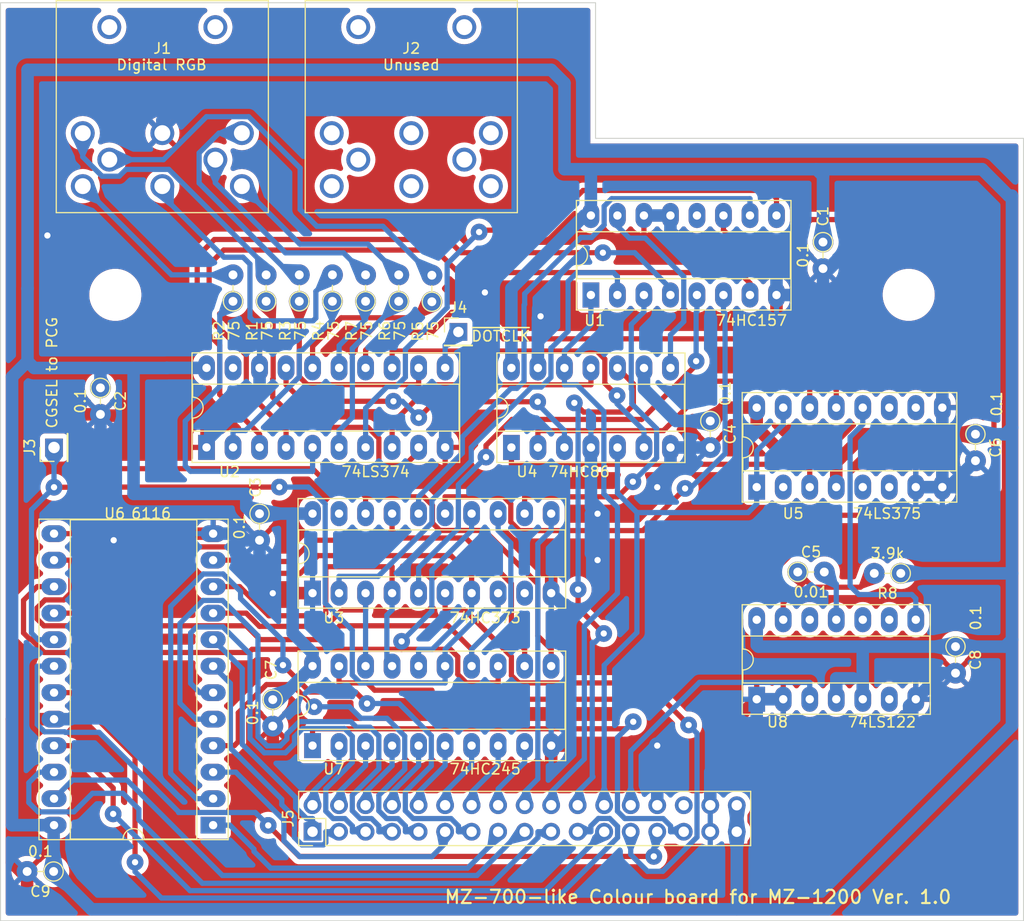
<source format=kicad_pcb>
(kicad_pcb (version 20240108) (generator "pcbnew") (generator_version "8.0")
  (title_block (title "MZ-700-like Colour board for MZ-1200") (date "2024-07-24") (rev "1.0"))
  (layers (0 "F.Cu" signal) (31 "B.Cu" signal) (34 "B.Paste" user) (35 "F.Paste" user) (36 "B.SilkS" user "B.Silkscreen") (37 "F.SilkS" user "F.Silkscreen") (38 "B.Mask" user) (39 "F.Mask" user) (44 "Edge.Cuts" user))
  (net 0 "")
  (net 1 "+12V")
  (net 2 "GND")
  (net 3 "/CSYNC")
  (net 4 "/~{HSYNC}")
  (net 5 "/~{VSYNC}")
  (net 6 "/R")
  (net 7 "/G")
  (net 8 "/B")
  (net 9 "Net-(U8-Cext)")
  (net 10 "Net-(U8-R{slash}Cext)")
  (net 11 "+5V")
  (net 12 "/~{RD}")
  (net 13 "/~{CS}")
  (net 14 "/~{HBLNK}")
  (net 15 "/~{GT}")
  (net 16 "/SYNCH")
  (net 17 "/~{WE}")
  (net 18 "/~{VHBLNK}")
  (net 19 "/A10")
  (net 20 "/VIDEO")
  (net 21 "/A9")
  (net 22 "/~{LOAD}")
  (net 23 "/A8")
  (net 24 "/D7")
  (net 25 "/A7")
  (net 26 "/D6")
  (net 27 "/A6")
  (net 28 "/D5")
  (net 29 "/A5")
  (net 30 "/D4")
  (net 31 "/A4")
  (net 32 "/D3")
  (net 33 "/A3")
  (net 34 "/D2")
  (net 35 "/A2")
  (net 36 "/D1")
  (net 37 "/A1")
  (net 38 "/D0")
  (net 39 "/A0")
  (net 40 "/CGSEL")
  (net 41 "/B{slash}W")
  (net 50 "Net-(U2-Cp)")
  (net 51 "Net-(U2-O3)")
  (net 52 "Net-(U2-O1)")
  (net 53 "Net-(U2-O4)")
  (net 54 "Net-(U2-O0)")
  (net 55 "Net-(U2-O6)")
  (net 56 "Net-(U2-O2)")
  (net 57 "Net-(U2-O5)")
  (net 58 "Net-(U1-I0a)")
  (net 59 "Net-(U1-Zb)")
  (net 60 "Net-(U1-I0c)")
  (net 61 "Net-(U1-Zc)")
  (net 62 "Net-(U1-E)")
  (net 65 "Net-(U1-I1c)")
  (net 66 "Net-(U1-Za)")
  (net 67 "Net-(U1-I0b)")
  (net 69 "Net-(U1-I1a)")
  (net 70 "Net-(U1-I1b)")
  (net 71 "Net-(U2-D4)")
  (net 73 "Net-(U2-D5)")
  (net 74 "Net-(U2-D6)")
  (net 75 "Net-(U2-D3)")
  (net 76 "Net-(U3-D5)")
  (net 77 "Net-(U3-D1)")
  (net 78 "Net-(U3-D6)")
  (net 79 "Net-(U3-D4)")
  (net 80 "Net-(U3-D3)")
  (net 81 "Net-(U3-D0)")
  (net 82 "Net-(U3-D2)")
  (net 83 "Net-(U5-Q0)")
  (net 84 "Net-(U5-~{Q3})")
  (net 88 "Net-(U5-E23)")
  (footprint "Package_DIP:DIP-20_W7.62mm_Socket_LongPads" (layer "F.Cu") (at 48.735 74.62 90)
    (property "Reference" "U2")
    (property "Value" "74LS374")
  )
  (footprint "Kao_Library:LargePad_R_Axial_DIN0204_L3.6mm_D1.6mm_P2.54mm_Vertical" (layer "F.Cu") (at 38.57 68.915 -90)
    (property "Reference" "C2")
    (property "Value" "0.1")
  )
  (footprint "Kao_Library:LargePad_R_Axial_DIN0204_L3.6mm_D1.6mm_P2.54mm_Vertical" (layer "F.Cu") (at 54.445 60.6225 90)
    (property "Reference" "R1")
    (property "Value" "75")
  )
  (footprint "Package_DIP:DIP-24_W15.24mm_Socket_LongPads" (layer "F.Cu") (at 49.365 110.83 180)
    (property "Reference" "U6")
    (property "Value" "6116")
  )
  (footprint "Package_DIP:DIP-20_W7.62mm_Socket_LongPads" (layer "F.Cu") (at 58.89 88.59 90)
    (property "Reference" "U3")
    (property "Value" "74HC373")
  )
  (footprint "DIN:DIN8P-2" (layer "F.Cu") (at 68.35 36.88 180)
    (property "Reference" "J2")
    (property "Value" "Unused")
  )
  (footprint "Kao_Library:LargePad_R_Axial_DIN0204_L3.6mm_D1.6mm_P2.54mm_Vertical" (layer "F.Cu") (at 70.32 60.66 90)
    (property "Reference" "R5")
    (property "Value" "75")
  )
  (footprint "Kao_Library:LargePad_R_Axial_DIN0204_L3.6mm_D1.6mm_P2.54mm_Vertical" (layer "F.Cu") (at 34.0875 115.27 180)
    (property "Reference" "C9")
    (property "Value" "0.1")
  )
  (footprint "DIN:DIN8P-2" (layer "F.Cu") (at 44.5 36.88 180)
    (property "Reference" "J1")
    (property "Value" "Digital RGB")
  )
  (footprint "Kao_Library:LargePad_R_Axial_DIN0204_L3.6mm_D1.6mm_P2.54mm_Vertical" (layer "F.Cu") (at 51.27 60.6225 90)
    (property "Reference" "R2")
    (property "Value" "75")
  )
  (footprint "Kao_Library:LargePad_R_Axial_DIN0204_L3.6mm_D1.6mm_P2.54mm_Vertical" (layer "F.Cu") (at 57.62 60.6225 90)
    (property "Reference" "R3")
    (property "Value" "75")
  )
  (footprint "Kao_Library:LargePad_R_Axial_DIN0204_L3.6mm_D1.6mm_P2.54mm_Vertical" (layer "F.Cu") (at 60.795 60.6225 90)
    (property "Reference" "R4")
    (property "Value" "75")
  )
  (footprint "Kao_Library:LargePad_R_Axial_DIN0204_L3.6mm_D1.6mm_P2.54mm_Vertical" (layer "F.Cu") (at 115.2405 86.695 180)
    (property "Reference" "R8")
    (property "Value" "3.9k")
  )
  (footprint "Kao_Library:LargePad_R_Axial_DIN0204_L3.6mm_D1.6mm_P2.54mm_Vertical" (layer "F.Cu") (at 96.99 72.09 -90)
    (property "Reference" "C4")
    (property "Value" "0.1")
  )
  (footprint "Package_DIP:DIP-14_W7.62mm_Socket_LongPads" (layer "F.Cu") (at 77.94 74.63 90)
    (property "Reference" "U4")
    (property "Value" "74HC86")
  )
  (footprint "Kao_Library:LargePad_R_Axial_DIN0204_L3.6mm_D1.6mm_P2.54mm_Vertical" (layer "F.Cu") (at 107.79 54.945 -90)
    (property "Reference" "C1")
    (property "Value" "0.1")
  )
  (footprint "MountingHole:MountingHole_4mm" (layer "F.Cu") (at 116 60)
    (property "Reference" "H2" (hide yes))
    (property "Value" "MountingHole" (hide yes))
  )
  (footprint "Kao_Library:LargePad_R_Axial_DIN0204_L3.6mm_D1.6mm_P2.54mm_Vertical" (layer "F.Cu") (at 122.395 73.36 -90)
    (property "Reference" "C6")
    (property "Value" "0.1")
  )
  (footprint "Kao_Library:LargePad_R_Axial_DIN0204_L3.6mm_D1.6mm_P2.54mm_Vertical" (layer "F.Cu") (at 53.81 80.98 -90)
    (property "Reference" "C3")
    (property "Value" "0.1")
  )
  (footprint "Package_DIP:DIP-14_W7.62mm_Socket_LongPads" (layer "F.Cu") (at 101.44 98.76 90)
    (property "Reference" "U8")
    (property "Value" "74LS122")
  )
  (footprint "Package_DIP:DIP-16_W7.62mm_Socket_LongPads" (layer "F.Cu") (at 85.555 60.015 90)
    (property "Reference" "U1")
    (property "Value" "74HC157")
  )
  (footprint "Kao_Library:LargePad_R_Axial_DIN0204_L3.6mm_D1.6mm_P2.54mm_Vertical" (layer "F.Cu") (at 105.372 86.568)
    (property "Reference" "C5")
    (property "Value" "0.01")
  )
  (footprint "Connector_PinHeader_2.54mm:PinHeader_2x17_P2.54mm_Vertical" (layer "F.Cu") (at 58.89 111.46 90)
    (property "Reference" "J5")
    (property "Value" "To MZ-1200" (hide yes))
  )
  (footprint "Connector_PinHeader_2.54mm:PinHeader_1x01_P2.54mm_Vertical" (layer "F.Cu") (at 34.125 74.63 90)
    (property "Reference" "J3")
    (property "Value" "CGSEL to PCG")
  )
  (footprint "MountingHole:MountingHole_4mm" (layer "F.Cu") (at 40 60)
    (property "Reference" "H1" (hide yes))
    (property "Value" "MountingHole" (hide yes))
  )
  (footprint "Connector_PinHeader_2.54mm:PinHeader_1x01_P2.54mm_Vertical" (layer "F.Cu") (at 72.86 63.5556)
    (property "Reference" "J4")
    (property "Value" "~{DOTCLK}")
  )
  (footprint "Package_DIP:DIP-20_W7.62mm_Socket_LongPads" (layer "F.Cu") (at 58.89 103.205 90)
    (property "Reference" "U7")
    (property "Value" "74HC245")
  )
  (footprint "Package_DIP:DIP-16_W7.62mm_Socket_LongPads" (layer "F.Cu") (at 101.44 78.43 90)
    (property "Reference" "U5")
    (property "Value" "74LS375")
  )
  (footprint "Kao_Library:LargePad_R_Axial_DIN0204_L3.6mm_D1.6mm_P2.54mm_Vertical" (layer "F.Cu") (at 120.485 93.7175 -90)
    (property "Reference" "C8")
    (property "Value" "0.1")
  )
  (footprint "Kao_Library:LargePad_R_Axial_DIN0204_L3.6mm_D1.6mm_P2.54mm_Vertical" (layer "F.Cu") (at 55.08 98.7975 -90)
    (property "Reference" "C7")
    (property "Value" "0.1")
  )
  (footprint "Kao_Library:LargePad_R_Axial_DIN0204_L3.6mm_D1.6mm_P2.54mm_Vertical" (layer "F.Cu") (at 67.145 60.6225 90)
    (property "Reference" "R6")
    (property "Value" "75")
  )
  (footprint "Kao_Library:LargePad_R_Axial_DIN0204_L3.6mm_D1.6mm_P2.54mm_Vertical" (layer "F.Cu") (at 63.97 60.6225 90)
    (property "Reference" "R7")
    (property "Value" "75")
  )
  (gr_poly (pts (xy 29 32) (xy 86 32) (xy 86 45) (xy 127 45) (xy 127 120) (xy 29 120)) (stroke (width 0.1)) (fill none) (layer "Edge.Cuts"))
  (gr_text "MZ-700-like Colour board for MZ-1200 Ver. 1.0" (at 71.43 118.46 0) (layer "F.SilkS") (effects (font (size 1.27 1.27) (thickness 0.2032)) (justify left bottom)))
  (segment (start 39.84 83.52) (end 40.47 82.89) (width 1.2) (layer "F.Cu") (net 2))
  (segment (start 96.995 103.205) (end 101.44 98.76) (width 1.2) (layer "F.Cu") (net 2))
  (segment (start 31.5475 115.27) (end 31.5475 117.138) (width 1.2) (layer "F.Cu") (net 2))
  (segment (start 81.75 86.06) (end 82.385 85.425) (width 1.2) (layer "F.Cu") (net 2))
  (segment (start 55.08 106.38) (end 55.08 101.338) (width 1.2) (layer "F.Cu") (net 2))
  (segment (start 48.481 71.582) (end 48.735 71.836) (width 1.2) (layer "F.Cu") (net 2))
  (segment (start 83.655 62.565) (end 102.705 62.565) (width 1.2) (layer "F.Cu") (net 2))
  (segment (start 48.735 71.836) (end 48.735 74.62) (width 1.2) (layer "F.Cu") (net 2))
  (segment (start 91.91 103.205) (end 96.995 103.205) (width 1.2) (layer "F.Cu") (net 2))
  (segment (start 103.335 61.935) (end 103.335 60.015) (width 1.2) (layer "F.Cu") (net 2))
  (segment (start 81.75 105.11) (end 80.48 106.38) (width 1.2) (layer "F.Cu") (net 2))
  (segment (start 30.108 100.665) (end 30.113 100.67) (width 1.2) (layer "F.Cu") (net 2))
  (segment (start 80.734 62.057) (end 78.448 59.771) (width 1.2) (layer "F.Cu") (net 2))
  (segment (start 55.09 88.59) (end 55.08 88.6) (width 1.2) (layer "F.Cu") (net 2))
  (segment (start 35.395 71.455) (end 38.57 71.455) (width 1.2) (layer "F.Cu") (net 2))
  (segment (start 58.89 88.59) (end 55.09 88.59) (width 1.2) (layer "F.Cu") (net 2))
  (segment (start 30.113 100.67) (end 34.125 100.67) (width 1.2) (layer "F.Cu") (net 2))
  (segment (start 33.49 54.31) (end 33.49 69.55) (width 1.2) (layer "F.Cu") (net 2))
  (segment (start 33.49 69.55) (end 35.395 71.455) (width 1.2) (layer "F.Cu") (net 2))
  (segment (start 30.108 114.428) (end 30.108 100.665) (width 1.2) (layer "F.Cu") (net 2))
  (segment (start 81.75 103.205) (end 81.75 105.11) (width 1.2) (layer "F.Cu") (net 2))
  (segment (start 52.54 108.92) (end 55.08 106.38) (width 1.2) (layer "F.Cu") (net 2))
  (segment (start 52.54 117.81) (end 52.54 108.92) (width 1.2) (layer "F.Cu") (net 2))
  (segment (start 31.5475 115.27) (end 30.95 115.27) (width 1.2) (layer "F.Cu") (net 2))
  (segment (start 83.147 62.057) (end 83.655 62.565) (width 1.2) (layer "F.Cu") (net 2))
  (segment (start 32.22 117.81) (end 52.54 117.81) (width 1.2) (layer "F.Cu") (net 2))
  (segment (start 38.697 71.582) (end 48.481 71.582) (width 1.2) (layer "F.Cu") (net 2))
  (segment (start 81.75 88.59) (end 81.75 86.06) (width 1.2) (layer "F.Cu") (net 2))
  (segment (start 40.47 82.89) (end 49.365 82.89) (width 1.2) (layer "F.Cu") (net 2))
  (segment (start 102.705 62.565) (end 103.335 61.935) (width 1.2) (layer "F.Cu") (net 2))
  (segment (start 86.195 80.98) (end 89.37 80.98) (width 1.2) (layer "F.Cu") (net 2))
  (segment (start 89.37 80.98) (end 91.91 78.44) (width 1.2) (layer "F.Cu") (net 2))
  (segment (start 30.95 115.27) (end 30.108 114.428) (width 1.2) (layer "F.Cu") (net 2))
  (segment (start 80.734 62.057) (end 83.147 62.057) (width 1.2) (layer "F.Cu") (net 2))
  (segment (start 81.75 103.205) (end 91.91 103.205) (width 1.2) (layer "F.Cu") (net 2))
  (segment (start 31.5475 117.138) (end 32.22 117.81) (width 1.2) (layer "F.Cu") (net 2))
  (segment (start 78.448 59.771) (end 75.4 59.771) (width 1.2) (layer "F.Cu") (net 2))
  (segment (start 82.385 85.425) (end 86.195 85.425) (width 1.2) (layer "F.Cu") (net 2))
  (segment (start 80.48 106.38) (end 55.08 106.38) (width 1.2) (layer "F.Cu") (net 2))
  (via (at 86.195 85.425) (size 1.6) (drill 0.6) (layers "F.Cu" "B.Cu") (net 2))
  (via (at 86.195 80.98) (size 1.6) (drill 0.6) (layers "F.Cu" "B.Cu") (net 2))
  (via (at 91.91 78.44) (size 1.6) (drill 0.6) (layers "F.Cu" "B.Cu") (net 2))
  (via (at 39.84 83.52) (size 1.6) (drill 0.6) (layers "F.Cu" "B.Cu") (net 2))
  (via (at 91.91 103.205) (size 1.6) (drill 0.6) (layers "F.Cu" "B.Cu") (net 2))
  (via (at 80.734 62.057) (size 1.6) (drill 0.6) (layers "F.Cu" "B.Cu") (net 2))
  (via (at 33.49 54.31) (size 1.6) (drill 0.6) (layers "F.Cu" "B.Cu") (net 2))
  (via (at 55.08 88.6) (size 1.6) (drill 0.6) (layers "F.Cu" "B.Cu") (net 2))
  (via (at 75.4 59.771) (size 1.6) (drill 0.6) (layers "F.Cu" "B.Cu") (net 2))
  (segment (start 96.99 105.745) (end 98.265 105.745) (width 1.2) (layer "B.Cu") (net 2))
  (segment (start 108.42 57.485) (end 107.79 57.485) (width 1.2) (layer "B.Cu") (net 2))
  (segment (start 39.84 96.555) (end 39.84 83.52) (width 1.2) (layer "B.Cu") (net 2))
  (segment (start 102.832 55.072) (end 94.323 55.072) (width 1.2) (layer "B.Cu") (net 2))
  (segment (start 121.12 77.175) (end 122.395 75.9) (width 1.2) (layer "B.Cu") (net 2))
  (segment (start 112.865 53.04) (end 108.42 57.485) (width 1.2) (layer "B.Cu") (net 2))
  (segment (start 83.528 102.062) (end 83.528 90.378) (width 1.2) (layer "B.Cu") (net 2))
  (segment (start 75.4 67.01) (end 71.595 70.815) (width 1.2) (layer "B.Cu") (net 2))
  (segment (start 94.323 55.072) (end 93.175 53.924) (width 1.2) (layer "B.Cu") (net 2))
  (segment (start 93.18 74.63) (end 93.18 77.17) (width 1.2) (layer "B.Cu") (net 2))
  (segment (start 35.725 100.67) (end 39.84 96.555) (width 1.2) (layer "B.Cu") (net 2))
  (segment (start 79.21 40.34) (end 47.46 40.34) (width 1.2) (layer "B.Cu") (net 2))
  (segment (start 103.98 98.76) (end 101.44 98.76) (width 1.2) (layer "B.Cu") (net 2))
  (segment (start 75.4 56.85) (end 80.48 51.77) (width 1.2) (layer "B.Cu") (net 2))
  (segment (start 119.22 78.43) (end 119.22 70.81) (width 1.2) (layer "B.Cu") (net 2))
  (segment (start 119.865 78.43) (end 119.22 78.43) (width 1.2) (layer "B.Cu") (net 2))
  (segment (start 103.335 60.015) (end 103.335 55.575) (width 1.2) (layer "B.Cu") (net 2))
  (segment (start 83.528 90.378) (end 83.533 90.373) (width 1.2) (layer "B.Cu") (net 2))
  (segment (start 119.22 66.37) (end 122.39 63.2) (width 1.2) (layer "B.Cu") (net 2))
  (segment (start 122.39 63.2) (end 122.39 56.85) (width 1.2) (layer "B.Cu") (net 2))
  (segment (start 86.195 80.98) (end 85.56 80.345) (width 1.2) (layer "B.Cu") (net 2))
  (segment (start 119.22 78.43) (end 116.68 78.43) (width 1.2) (layer "B.Cu") (net 2))
  (segment (start 91.91 108.92) (end 91.91 103.84) (width 1.2) (layer "B.Cu") (net 2))
  (segment (start 90.635 52.395) (end 93.175 52.395) (width 1.2) (layer "B.Cu") (net 2))
  (segment (start 85.56 84.79) (end 86.195 85.425) (width 1.2) (layer "B.Cu") (net 2))
  (segment (start 38.57 71.455) (end 38.57 82.25) (width 1.2) (layer "B.Cu") (net 2))
  (segment (start 34.125 100.67) (end 35.725 100.67) (width 1.2) (layer "B.Cu") (net 2))
  (segment (start 44.5 43.3) (end 44.5 44.5) (width 1.2) (layer "B.Cu") (net 2))
  (segment (start 118.58 53.04) (end 112.865 53.04) (width 1.2) (layer "B.Cu") (net 2))
  (segment (start 85.56 80.98) (end 85.56 84.79) (width 1.2) (layer "B.Cu") (net 2))
  (segment (start 75.4 59.771) (end 75.4 67.01) (width 1.2) (layer "B.Cu") (net 2))
  (segment (start 85.56 80.345) (end 85.56 74.63) (width 1.2) (layer "B.Cu") (net 2))
  (segment (start 116.04 102.57) (end 101.44 102.57) (width 1.2) (layer "B.Cu") (net 2))
  (segment (start 47.46 40.34) (end 34.76 40.34) (width 1.2) (layer "B.Cu") (net 2))
  (segment (start 103.335 60.015) (end 107.165 60.015) (width 1.2) (layer "B.Cu") (net 2))
  (segment (start 38.57 82.25) (end 39.84 83.52) (width 1.2) (layer "B.Cu") (net 2))
  (segment (start 80.48 67.01) (end 80.48 62.311) (width 1.2) (layer "B.Cu") (net 2))
  (segment (start 96.99 108.92) (end 96.99 105.745) (width 1.2) (layer "B.Cu") (net 2))
  (segment (start 47.46 40.34) (end 44.5 43.3) (width 1.2) (layer "B.Cu") (net 2))
  (segment (start 120.495 78.43) (end 119.865 78.43) (width 1.2) (layer "B.Cu") (net 2))
  (segment (start 120.485 96.2575) (end 119.182 96.2575) (width 1.2) (layer "B.Cu") (net 2))
  (segment (start 116.04 99.4) (end 116.04 102.57) (width 1.2) (layer "B.Cu") (net 2))
  (segment (start 33.49 41.61) (end 33.49 54.31) (width 1.2) (layer "B.Cu") (net 2))
  (segment (start 53.81 83.52) (end 53.81 87.33) (width 1.2) (layer "B.Cu") (net 2))
  (segment (start 83.533 90.373) (end 81.75 88.59) (width 1.2) (layer "B.Cu") (net 2))
  (segment (start 121.12 77.175) (end 121.12 77.805) (width 1.2) (layer "B.Cu") (net 2))
  (segment (start 53.81 87.33) (end 55.08 88.6) (width 1.2) (layer "B.Cu") (net 2))
  (segment (start 82.385 103.205) (end 83.528 102.062) (width 1.2) (layer "B.Cu") (net 2))
  (segment (start 80.734 62.057) (end 80.48 62.184) (width 1.2) (layer "B.Cu") (net 2))
  (segment (start 119.865 78.43) (end 121.12 77.175) (width 1.2) (layer "B.Cu") (net 2))
  (segment (start 93.175 53.924) (end 93.175 52.395) (width 1.2) (layer "B.Cu") (net 2))
  (segment (start 51.905 82.885) (end 51.9 82.89) (width 1.2) (layer "B.Cu") (net 2))
  (segment (start 86.195 80.98) (end 85.56 80.98) (width 1.2) (layer "B.Cu") (net 2))
  (segment (start 80.48 41.61) (end 79.21 40.34) (width 1.2) (layer "B.Cu") (net 2))
  (segment (start 53.815 68.91) (end 53.815 67) (width 1.2) (layer "B.Cu") (net 2))
  (segment (start 48.735 73.99) (end 53.815 68.91) (width 1.2) (layer "B.Cu") (net 2))
  (segment (start 80.48 62.311) (end 80.734 62.057) (width 1.2) (layer "B.Cu") (net 2))
  (segment (start 81.75 103.205) (end 82.385 103.205) (width 1.2) (layer "B.Cu") (net 2))
  (segment (start 51.9 82.89) (end 49.365 82.89) (width 1.2) (layer "B.Cu") (net 2))
  (segment (start 80.48 51.77) (end 80.48 41.61) (width 1.2) (layer "B.Cu") (net 2))
  (segment (start 48.735 74.62) (end 48.735 73.99) (width 1.2) (layer "B.Cu") (net 2))
  (segment (start 116.68 98.76) (end 116.04 99.4) (width 1.2) (layer "B.Cu") (net 2))
  (segment (start 101.44 98.76) (end 101.44 102.57) (width 1.2) (layer "B.Cu") (net 2))
  (segment (start 93.18 77.17) (end 91.91 78.44) (width 1.2) (layer "B.Cu") (net 2))
  (segment (start 71.595 70.815) (end 71.595 74.62) (width 1.2) (layer "B.Cu") (net 2))
  (segment (start 107.79 60.025) (end 107.79 59.39) (width 1.2) (layer "B.Cu") (net 2))
  (segment (start 33.49 54.31) (end 34.125 54.31) (width 1.2) (layer "B.Cu") (net 2))
  (segment (start 93.18 74.63) (end 96.99 74.63) (width 1.2) (layer "B.Cu") (net 2))
  (segment (start 98.265 105.745) (end 101.44 102.57) (width 1.2) (layer "B.Cu") (net 2))
  (segment (start 107.165 60.015) (end 107.79 59.39) (width 1.2) (layer "B.Cu") (net 2))
  (segment (start 103.335 55.575) (end 102.832 55.072) (width 1.2) (layer "B.Cu") (net 2))
  (segment (start 34.76 40.34) (end 33.49 41.61) (width 1.2) (layer "B.Cu") (net 2))
  (segment (start 75.4 59.771) (end 75.4 56.85) (width 1.2) (layer "B.Cu") (net 2))
  (segment (start 119.182 96.2575) (end 116.68 98.76) (width 1.2) (layer "B.Cu") (net 2))
  (segment (start 53.81 83.52) (end 52.54 83.52) (width 1.2) (layer "B.Cu") (net 2))
  (segment (start 121.12 77.805) (end 120.495 78.43) (width 1.2) (layer "B.Cu") (net 2))
  (segment (start 122.39 56.85) (end 118.58 53.04) (width 1.2) (layer "B.Cu") (net 2))
  (segment (start 107.79 57.485) (end 107.79 59.39) (width 1.2) (layer "B.Cu") (net 2))
  (segment (start 52.54 83.52) (end 51.905 82.885) (width 1.2) (layer "B.Cu") (net 2))
  (segment (start 119.22 70.81) (end 119.22 66.37) (width 1.2) (layer "B.Cu") (net 2))
  (segment (start 52.12 44.5) (end 49.9212 44.5) (width 0.5) (layer "B.Cu") (net 3))
  (segment (start 48.025 46.3962) (end 48.025 49.287) (width 0.5) (layer "B.Cu") (net 3))
  (segment (start 56.8205 58.0825) (end 57.62 58.0825) (width 0.5) (layer "B.Cu") (net 3))
  (segment (start 48.025 49.287) (end 56.8205 58.0825) (width 0.5) (layer "B.Cu") (net 3))
  (segment (start 49.9212 44.5) (end 48.025 46.3962) (width 0.5) (layer "B.Cu") (net 3))
  (segment (start 57.7028 47.8547) (end 57.7028 51.8248) (width 0.5) (layer "B.Cu") (net 4))
  (segment (start 59.3079 53.4299) (end 65.6299 53.4299) (width 0.5) (layer "B.Cu") (net 4))
  (segment (start 52.7743 42.9262) (end 57.7028 47.8547) (width 0.5) (layer "B.Cu") (net 4))
  (segment (start 57.7028 51.8248) (end 59.3079 53.4299) (width 0.5) (layer "B.Cu") (net 4))
  (segment (start 48.7275 42.9262) (end 52.7743 42.9262) (width 0.5) (layer "B.Cu") (net 4))
  (segment (start 65.6299 53.4299) (end 70.32 58.12) (width 0.5) (layer "B.Cu") (net 4))
  (segment (start 44.6137 47.04) (end 48.7275 42.9262) (width 0.5) (layer "B.Cu") (net 4))
  (segment (start 39.42 47.04) (end 44.6137 47.04) (width 0.5) (layer "B.Cu") (net 4))
  (segment (start 56.2926 55.9754) (end 61.8629 55.9754) (width 0.5) (layer "B.Cu") (net 5))
  (segment (start 49.58 47.04) (end 49.58 49.2628) (width 0.5) (layer "B.Cu") (net 5))
  (segment (start 61.8629 55.9754) (end 63.97 58.0825) (width 0.5) (layer "B.Cu") (net 5))
  (segment (start 49.58 49.2628) (end 56.2926 55.9754) (width 0.5) (layer "B.Cu") (net 5))
  (segment (start 36.88 49.58) (end 45.3825 58.0825) (width 0.5) (layer "B.Cu") (net 6))
  (segment (start 45.3825 58.0825) (end 51.27 58.0825) (width 0.5) (layer "B.Cu") (net 6))
  (segment (start 57.6811 55.1411) (end 64.2036 55.1411) (width 0.5) (layer "B.Cu") (net 7))
  (segment (start 64.2036 55.1411) (end 67.145 58.0825) (width 0.5) (layer "B.Cu") (net 7))
  (segment (start 52.12 49.58) (end 57.6811 55.1411) (width 0.5) (layer "B.Cu") (net 7))
  (segment (start 58.9408 62.4888) (end 59.2075 62.2221) (width 0.5) (layer "B.Cu") (net 8))
  (segment (start 53.2258 62.4888) (end 52.8956 62.1586) (width 0.5) (layer "B.Cu") (net 8))
  (segment (start 58.9408 62.4888) (end 53.2258 62.4888) (width 0.5) (layer "B.Cu") (net 8))
  (segment (start 59.2075 59.67) (end 60.795 58.0825) (width 0.5) (layer "B.Cu") (net 8))
  (segment (start 50.4064 56.3928) (end 52.2352 56.3928) (width 0.5) (layer "B.Cu") (net 8))
  (segment (start 52.8956 57.0532) (end 52.2352 56.3928) (width 0.5) (layer "B.Cu") (net 8))
  (segment (start 44.5 50.4864) (end 50.4064 56.3928) (width 0.5) (layer "B.Cu") (net 8))
  (segment (start 52.8956 62.1586) (end 52.8956 57.0532) (width 0.5) (layer "B.Cu") (net 8))
  (segment (start 59.2075 62.2221) (end 59.2075 59.67) (width 0.5) (layer "B.Cu") (net 8))
  (segment (start 44.5 49.58) (end 44.5 50.4864) (width 0.5) (layer "B.Cu") (net 8))
  (segment (start 109.06 87.716) (end 109.06 91.14) (width 0.5) (layer "B.Cu") (net 9))
  (segment (start 107.912 86.568) (end 109.06 87.716) (width 0.5) (layer "B.Cu") (net 9))
  (segment (start 106.827 88.0231) (end 111.372 88.0231) (width 0.5) (layer "F.Cu") (net 10))
  (segment (start 103.98 91.14) (end 103.98 89.5283) (width 0.5) (layer "F.Cu") (net 10))
  (segment (start 111.372 88.0231) (end 112.7 86.695) (width 0.5) (layer "F.Cu") (net 10))
  (segment (start 105.372 86.568) (end 106.156 87.3521) (width 0.5) (layer "F.Cu") (net 10))
  (segment (start 106.156 87.3521) (end 106.827 88.0231) (width 0.5) (layer "F.Cu") (net 10))
  (segment (start 103.98 89.5283) (end 106.156 87.3521) (width 0.5) (layer "F.Cu") (net 10))
  (segment (start 101.44 72.73) (end 103.411 74.7007) (width 1.2) (layer "F.Cu") (net 11))
  (segment (start 111.746 73.36) (end 122.395 73.36) (width 1.2) (layer "F.Cu") (net 11))
  (segment (start 109.06 76.0464) (end 111.746 73.36) (width 1.2) (layer "F.Cu") (net 11))
  (segment (start 107.714 74.7007) (end 109.06 76.0464) (width 1.2) (layer "F.Cu") (net 11))
  (segment (start 101.44 70.81) (end 101.44 72.73) (width 1.2) (layer "F.Cu") (net 11))
  (segment (start 98.27 70.81) (end 101.44 70.81) (width 1.2) (layer "F.Cu") (net 11))
  (segment (start 109.06 76.0464) (end 109.06 78.43) (width 1.2) (layer "F.Cu") (net 11))
  (segment (start 103.411 74.7007) (end 107.714 74.7007) (width 1.2) (layer "F.Cu") (net 11))
  (segment (start 96.99 72.09) (end 98.27 70.81) (width 1.2) (layer "F.Cu") (net 11))
  (segment (start 30.108 67.852) (end 30.108 110.825) (width 1.2) (layer "B.Cu") (net 11))
  (segment (start 125.892 50.5) (end 125.892 72.725) (width 1.2) (layer "B.Cu") (net 11))
  (segment (start 34.0875 115.27) (end 34.0875 110.868) (width 1.2) (layer "B.Cu") (net 11))
  (segment (start 58.89 95.585) (end 58.89 94.315) (width 1.2) (layer "B.Cu") (net 11))
  (segment (start 107.155 47.96) (end 107.79 48.595) (width 1.2) (layer "B.Cu") (net 11))
  (segment (start 44.93 67) (end 44.92 67.01) (width 1.2) (layer "B.Cu") (net 11))
  (segment (start 48.735 67) (end 44.93 67) (width 1.2) (layer "B.Cu") (net 11))
  (segment (start 120.485 93.7175) (end 111.595 93.7175) (width 1.2) (layer "B.Cu") (net 11))
  (segment (start 125.892 86.695) (end 115.2405 86.695) (width 1.2) (layer "B.Cu") (net 11))
  (segment (start 83.025 39.705) (end 81.755 38.435) (width 1.2) (layer "B.Cu") (net 11))
  (segment (start 108.3 118.892) (end 125.892 101.3) (width 1.2) (layer "B.Cu") (net 11))
  (segment (start 93.7133 72.09) (end 90.64 69.0167) (width 1.2) (layer "B.Cu") (net 11))
  (segment (start 31.585 66.375) (end 30.108 67.852) (width 1.2) (layer "B.Cu") (net 11))
  (segment (start 120.485 93.7175) (end 125.22 93.7175) (width 1.2) (layer "B.Cu") (net 11))
  (segment (start 109.06 98.76) (end 109.06 96.7533) (width 1.2) (layer "B.Cu") (net 11))
  (segment (start 56.985 80.97) (end 53.185 80.97) (width 1.2) (layer "B.Cu") (net 11))
  (segment (start 55.08 98.7975) (end 55.6775 98.7975) (width 1.2) (layer "B.Cu") (net 11))
  (segment (start 101.6 93.7175) (end 101.44 93.558) (width 1.2) (layer "B.Cu") (net 11))
  (segment (start 37.7095 118.892) (end 34.0875 115.27) (width 1.2) (layer "B.Cu") (net 11))
  (segment (start 81.755 38.435) (end 31.59 38.435) (width 1.2) (layer "B.Cu") (net 11))
  (segment (start 77.94 59.39) (end 84.935 52.395) (width 1.2) (layer "B.Cu") (net 11))
  (segment (start 109.06 96.7533) (end 110.677 96.7533) (width 1.2) (layer "B.Cu") (net 11))
  (segment (start 85.565 47.96) (end 107.155 47.96) (width 1.2) (layer "B.Cu") (net 11))
  (segment (start 30.108 110.825) (end 30.113 110.83) (width 1.2) (layer "B.Cu") (net 11))
  (segment (start 31.59 59.39) (end 31.585 59.395) (width 1.2) (layer "B.Cu") (net 11))
  (segment (start 55.6775 98.7975) (end 58.89 95.585) (width 1.2) (layer "B.Cu") (net 11))
  (segment (start 32.22 67.01) (end 38.57 67.01) (width 1.2) (layer "B.Cu") (net 11))
  (segment (start 107.155 47.96) (end 123.03 47.96) (width 1.2) (layer "B.Cu") (net 11))
  (segment (start 31.585 59.395) (end 31.585 66.375) (width 1.2) (layer "B.Cu") (net 11))
  (segment (start 56.985 92.41) (end 56.985 80.97) (width 1.2) (layer "B.Cu") (net 11))
  (segment (start 99.53 108.92) (end 99.53 111.46) (width 1.2) (layer "B.Cu") (net 11))
  (segment (start 85.555 47.97) (end 85.565 47.96) (width 1.2) (layer "B.Cu") (net 11))
  (segment (start 123.03 47.96) (end 125.57 50.5) (width 1.2) (layer "B.Cu") (net 11))
  (segment (start 52.54 80.345) (end 52.54 79.075) (width 1.2) (layer "B.Cu") (net 11))
  (segment (start 125.22 93.7175) (end 125.892 93.045) (width 1.2) (layer "B.Cu") (net 11))
  (segment (start 85.555 52.395) (end 85.555 47.97) (width 1.2) (layer "B.Cu") (net 11))
  (segment (start 30.113 110.83) (end 34.125 110.83) (width 1.2) (layer "B.Cu") (net 11))
  (segment (start 101.44 93.558) (end 101.44 91.14) (width 1.2) (layer "B.Cu") (net 11))
  (segment (start 58.89 94.315) (end 56.985 92.41) (width 1.2) (layer "B.Cu") (net 11))
  (segment (start 38.57 68.915) (end 38.57 67.01) (width 1.2) (layer "B.Cu") (net 11))
  (segment (start 53.175 80.98) (end 52.54 80.345) (width 1.2) (layer "B.Cu") (net 11))
  (segment (start 41.745 79.075) (end 41.745 67.01) (width 1.2) (layer "B.Cu") (net 11))
  (segment (start 52.54 79.075) (end 41.745 79.075) (width 1.2) (layer "B.Cu") (net 11))
  (segment (start 107.79 48.595) (end 107.79 54.945) (width 1.2) (layer "B.Cu") (net 11))
  (segment (start 99.53 118.892) (end 108.3 118.892) (width 1.2) (layer "B.Cu") (net 11))
  (segment (start 77.94 67.01) (end 77.94 59.39) (width 1.2) (layer "B.Cu") (net 11))
  (segment (start 99.53 118.892) (end 37.7095 118.892) (width 1.2) (layer "B.Cu") (net 11))
  (segment (start 125.892 72.725) (end 125.892 86.695) (width 1.2) (layer "B.Cu") (net 11))
  (segment (start 90.64 69.0167) (end 90.64 67.01) (width 1.2) (layer "B.Cu") (net 11))
  (segment (start 31.585 66.375) (end 32.22 67.01) (width 1.2) (layer "B.Cu") (net 11))
  (segment (start 125.57 50.5) (end 125.892 50.5) (width 1.2) (layer "B.Cu") (net 11))
  (segment (start 122.395 73.36) (end 125.257 73.36) (width 1.2) (layer "B.Cu") (net 11))
  (segment (start 125.892 101.3) (end 125.892 93.045) (width 1.2) (layer "B.Cu") (net 11))
  (segment (start 84.935 52.395) (end 85.555 52.395) (width 1.2) (layer "B.Cu") (net 11))
  (segment (start 83.025 47.96) (end 83.025 39.705) (width 1.2) (layer "B.Cu") (net 11))
  (segment (start 85.565 47.96) (end 83.025 47.96) (width 1.2) (layer "B.Cu") (net 11))
  (segment (start 96.99 72.09) (end 93.7133 72.09) (width 1.2) (layer "B.Cu") (net 11))
  (segment (start 53.185 80.97) (end 53.175 80.98) (width 1.2) (layer "B.Cu") (net 11))
  (segment (start 41.745 67.01) (end 38.57 67.01) (width 1.2) (layer "B.Cu") (net 11))
  (segment (start 99.53 111.46) (end 99.53 118.892) (width 1.2) (layer "B.Cu") (net 11))
  (segment (start 44.92 67.01) (end 41.745 67.01) (width 1.2) (layer "B.Cu") (net 11))
  (segment (start 111.595 93.7175) (end 111.595 98.755) (width 1.2) (layer "B.Cu") (net 11))
  (segment (start 58.89 80.97) (end 56.985 80.97) (width 1.2) (layer "B.Cu") (net 11))
  (segment (start 125.257 73.36) (end 125.892 72.725) (width 1.2) (layer "B.Cu") (net 11))
  (segment (start 125.892 86.695) (end 125.892 93.045) (width 1.2) (layer "B.Cu") (net 11))
  (segment (start 31.59 38.435) (end 31.59 59.39) (width 1.2) (layer "B.Cu") (net 11))
  (segment (start 111.595 93.7175) (end 101.6 93.7175) (width 1.2) (layer "B.Cu") (net 11))
  (segment (start 88.9362 101.593) (end 89.6101 100.919) (width 0.5) (layer "F.Cu") (net 12))
  (segment (start 58.89 101.593) (end 88.9362 101.593) (width 0.5) (layer "F.Cu") (net 12))
  (segment (start 58.89 103.205) (end 58.89 101.593) (width 0.5) (layer "F.Cu") (net 12))
  (via (at 89.6101 100.919) (size 1.6) (drill 0.6) (layers "F.Cu" "B.Cu") (net 12))
  (segment (start 88.8073 110.198) (end 88.1 109.491) (width 0.5) (layer "B.Cu") (net 12))
  (segment (start 92.4787 110.198) (end 88.8073 110.198) (width 0.5) (layer "B.Cu") (net 12))
  (segment (start 93.1883 111.46) (end 93.1883 110.908) (width 0.5) (layer "B.Cu") (net 12))
  (segment (start 93.1883 110.908) (end 92.4787 110.198) (width 0.5) (layer "B.Cu") (net 12))
  (segment (start 88.1 109.491) (end 88.1 102.43) (width 0.5) (layer "B.Cu") (net 12))
  (segment (start 88.1 102.43) (end 89.6101 100.919) (width 0.5) (layer "B.Cu") (net 12))
  (segment (start 94.45 111.46) (end 93.1883 111.46) (width 0.5) (layer "B.Cu") (net 12))
  (segment (start 91.5802 113.825) (end 57.6157 113.825) (width 0.5) (layer "F.Cu") (net 13))
  (segment (start 57.6157 113.825) (end 54.6435 110.852) (width 0.5) (layer "F.Cu") (net 13))
  (via (at 54.6435 110.852) (size 1.6) (drill 0.6) (layers "F.Cu" "B.Cu") (net 13))
  (via (at 91.5802 113.825) (size 1.6) (drill 0.6) (layers "F.Cu" "B.Cu") (net 13))
  (segment (start 91.91 112.722) (end 91.5802 113.052) (width 0.5) (layer "B.Cu") (net 13))
  (segment (start 91.5802 113.052) (end 91.5802 113.825) (width 0.5) (layer "B.Cu") (net 13))
  (segment (start 91.91 111.46) (end 91.91 112.722) (width 0.5) (layer "B.Cu") (net 13))
  (segment (start 46.063 109.555) (end 38.443 101.935) (width 0.5) (layer "B.Cu") (net 13))
  (segment (start 46.063 109.618) (end 46.063 109.555) (width 0.5) (layer "B.Cu") (net 13))
  (segment (start 35.1943 101.935) (end 35.141 101.882) (width 0.5) (layer "B.Cu") (net 13))
  (segment (start 38.443 101.935) (end 35.1943 101.935) (width 0.5) (layer "B.Cu") (net 13))
  (segment (start 32.5133 101.178) (end 32.5133 95.59) (width 0.5) (layer "B.Cu") (net 13))
  (segment (start 53.4093 109.618) (end 46.063 109.618) (width 0.5) (layer "B.Cu") (net 13))
  (segment (start 54.6435 110.852) (end 53.4093 109.618) (width 0.5) (layer "B.Cu") (net 13))
  (segment (start 32.5133 95.59) (end 34.125 95.59) (width 0.5) (layer "B.Cu") (net 13))
  (segment (start 33.2165 101.882) (end 32.5133 101.178) (width 0.5) (layer "B.Cu") (net 13))
  (segment (start 35.141 101.882) (end 33.2165 101.882) (width 0.5) (layer "B.Cu") (net 13))
  (segment (start 106.52 97.1483) (end 95.9562 97.1483) (width 0.5) (layer "B.Cu") (net 14))
  (segment (start 95.9562 97.1483) (end 89.37 103.734) (width 0.5) (layer "B.Cu") (net 14))
  (segment (start 106.52 98.76) (end 106.52 97.1483) (width 0.5) (layer "B.Cu") (net 14))
  (segment (start 89.37 103.734) (end 89.37 108.92) (width 0.5) (layer "B.Cu") (net 14))
  (segment (start 92.418 98.76) (end 92.4335 98.7445) (width 0.5) (layer "F.Cu") (net 15))
  (segment (start 70.32 97.8947) (end 70.32 97.998) (width 0.5) (layer "F.Cu") (net 15))
  (segment (start 61.43 97.1967) (end 64.1349 97.1967) (width 0.5) (layer "F.Cu") (net 15))
  (segment (start 64.8329 97.8947) (end 70.32 97.8947) (width 0.5) (layer "F.Cu") (net 15))
  (segment (start 64.1349 97.1967) (end 64.8329 97.8947) (width 0.5) (layer "F.Cu") (net 15))
  (segment (start 61.43 95.585) (end 61.43 97.1967) (width 0.5) (layer "F.Cu") (net 15))
  (segment (start 71.082 98.76) (end 92.418 98.76) (width 0.5) (layer "F.Cu") (net 15))
  (segment (start 70.32 97.998) (end 71.082 98.76) (width 0.5) (layer "F.Cu") (net 15))
  (segment (start 92.4335 98.7445) (end 94.9164 101.227) (width 0.5) (layer "F.Cu") (net 15))
  (via (at 94.9164 101.227) (size 1.6) (drill 0.6) (layers "F.Cu" "B.Cu") (net 15))
  (segment (start 94.9164 101.227) (end 95.72 102.031) (width 0.5) (layer "B.Cu") (net 15))
  (segment (start 89.37 113.645) (end 89.37 111.46) (width 0.5) (layer "B.Cu") (net 15))
  (segment (start 90.9781 115.253) (end 89.37 113.645) (width 0.5) (layer "B.Cu") (net 15))
  (segment (start 92.4465 115.253) (end 90.9781 115.253) (width 0.5) (layer "B.Cu") (net 15))
  (segment (start 95.72 102.031) (end 95.72 111.98) (width 0.5) (layer "B.Cu") (net 15))
  (segment (start 95.72 111.98) (end 92.4465 115.253) (width 0.5) (layer "B.Cu") (net 15))
  (segment (start 101.44 80.0417) (end 100.613 80.8689) (width 0.5) (layer "B.Cu") (net 16))
  (segment (start 86.83 108.92) (end 86.83 95.4981) (width 0.5) (layer "B.Cu") (net 16))
  (segment (start 88.1 79.0048) (end 88.1 74.63) (width 0.5) (layer "B.Cu") (net 16))
  (segment (start 89.9641 80.8689) (end 88.1 79.0048) (width 0.5) (layer "B.Cu") (net 16))
  (segment (start 103.98 72.4217) (end 101.44 74.9617) (width 0.5) (layer "B.Cu") (net 16))
  (segment (start 103.98 70.81) (end 103.98 72.4217) (width 0.5) (layer "B.Cu") (net 16))
  (segment (start 101.44 74.9617) (end 101.44 78.43) (width 0.5) (layer "B.Cu") (net 16))
  (segment (start 89.9641 92.364) (end 89.9641 80.8689) (width 0.5) (layer "B.Cu") (net 16))
  (segment (start 86.83 95.4981) (end 89.9641 92.364) (width 0.5) (layer "B.Cu") (net 16))
  (segment (start 100.613 80.8689) (end 89.9641 80.8689) (width 0.5) (layer "B.Cu") (net 16))
  (segment (start 101.44 78.43) (end 101.44 80.0417) (width 0.5) (layer "B.Cu") (net 16))
  (segment (start 39.7895 107.263) (end 39.7895 109.751) (width 0.5) (layer "F.Cu") (net 17))
  (segment (start 34.125 103.21) (end 35.7367 103.21) (width 0.5) (layer "F.Cu") (net 17))
  (segment (start 35.7367 103.21) (end 39.7895 107.263) (width 0.5) (layer "F.Cu") (net 17))
  (via (at 39.7895 109.751) (size 1.6) (drill 0.6) (layers "F.Cu" "B.Cu") (net 17))
  (segment (start 81.185 117.105) (end 47.1436 117.105) (width 0.5) (layer "B.Cu") (net 17))
  (segment (start 47.1436 117.105) (end 39.7895 109.751) (width 0.5) (layer "B.Cu") (net 17))
  (segment (start 86.83 111.46) (end 81.185 117.105) (width 0.5) (layer "B.Cu") (net 17))
  (segment (start 84.8471 71.2345) (end 88.9555 71.2345) (width 0.5) (layer "F.Cu") (net 18))
  (segment (start 89.624 70.566) (end 89.624 68.534) (width 0.5) (layer "F.Cu") (net 18))
  (segment (start 86.7861 92.4591) (end 84.3291 90.0021) (width 0.5) (layer "F.Cu") (net 18))
  (segment (start 89.624 68.534) (end 88.1 67.01) (width 0.5) (layer "F.Cu") (net 18))
  (segment (start 88.9555 71.2345) (end 89.624 70.566) (width 0.5) (layer "F.Cu") (net 18))
  (segment (start 83.9688 70.3562) (end 84.8471 71.2345) (width 0.5) (layer "F.Cu") (net 18))
  (segment (start 84.3291 90.0021) (end 84.3291 88.2466) (width 0.5) (layer "F.Cu") (net 18))
  (via (at 86.7861 92.4591) (size 1.6) (drill 0.6) (layers "F.Cu" "B.Cu") (net 18))
  (via (at 84.3291 88.2466) (size 1.6) (drill 0.6) (layers "F.Cu" "B.Cu") (net 18))
  (via (at 83.9688 70.3562) (size 1.6) (drill 0.6) (layers "F.Cu" "B.Cu") (net 18))
  (segment (start 84.3291 70.7165) (end 83.9688 70.3562) (width 0.5) (layer "B.Cu") (net 18))
  (segment (start 84.29 108.92) (end 84.29 107.658) (width 0.5) (layer "B.Cu") (net 18))
  (segment (start 85.7546 106.194) (end 85.687 106.126) (width 0.5) (layer "B.Cu") (net 18))
  (segment (start 84.3291 88.2466) (end 84.3291 70.7165) (width 0.5) (layer "B.Cu") (net 18))
  (segment (start 85.9462 93.299) (end 86.7861 92.4591) (width 0.5) (layer "B.Cu") (net 18))
  (segment (start 85.687 93.299) (end 85.9462 93.299) (width 0.5) (layer "B.Cu") (net 18))
  (segment (start 84.29 107.658) (end 85.7546 106.194) (width 0.5) (layer "B.Cu") (net 18))
  (segment (start 85.687 106.126) (end 85.687 93.299) (width 0.5) (layer "B.Cu") (net 18))
  (segment (start 35.7367 98.13) (end 34.125 98.13) (width 0.5) (layer "F.Cu") (net 19))
  (segment (start 41.8874 114.383) (end 41.8874 104.281) (width 0.5) (layer "F.Cu") (net 19))
  (segment (start 41.8874 104.281) (end 35.7367 98.13) (width 0.5) (layer "F.Cu") (net 19))
  (via (at 41.8874 114.383) (size 1.6) (drill 0.6) (layers "F.Cu" "B.Cu") (net 19))
  (segment (start 85.5517 110.908) (end 86.2697 110.19) (width 0.5) (layer "B.Cu") (net 19))
  (segment (start 88.1083 110.941) (end 88.1083 112.024) (width 0.5) (layer "B.Cu") (net 19))
  (segment (start 86.2697 110.19) (end 87.3573 110.19) (width 0.5) (layer "B.Cu") (net 19))
  (segment (start 84.29 111.46) (end 85.5517 111.46) (width 0.5) (layer "B.Cu") (net 19))
  (segment (start 82.3223 117.81) (end 44.412 117.81) (width 0.5) (layer "B.Cu") (net 19))
  (segment (start 41.8874 115.285) (end 41.8874 114.383) (width 0.5) (layer "B.Cu") (net 19))
  (segment (start 87.3573 110.19) (end 88.1083 110.941) (width 0.5) (layer "B.Cu") (net 19))
  (segment (start 44.412 117.81) (end 41.8874 115.285) (width 0.5) (layer "B.Cu") (net 19))
  (segment (start 85.5517 111.46) (end 85.5517 110.908) (width 0.5) (layer "B.Cu") (net 19))
  (segment (start 88.1083 112.024) (end 82.3223 117.81) (width 0.5) (layer "B.Cu") (net 19))
  (segment (start 84.925 104.483) (end 81.75 107.658) (width 0.5) (layer "B.Cu") (net 20))
  (segment (start 86.7981 79.075) (end 88.1 80.3769) (width 0.5) (layer "B.Cu") (net 20))
  (segment (start 85.555 62.8633) (end 85.555 60.015) (width 0.5) (layer "B.Cu") (net 20))
  (segment (start 83.02 65.3983) (end 85.555 62.8633) (width 0.5) (layer "B.Cu") (net 20))
  (segment (start 83.02 68.6217) (end 84.2308 68.6217) (width 0.5) (layer "B.Cu") (net 20))
  (segment (start 88.1 88.6) (end 84.925 91.775) (width 0.5) (layer "B.Cu") (net 20))
  (segment (start 84.925 91.775) (end 84.925 104.483) (width 0.5) (layer "B.Cu") (net 20))
  (segment (start 81.75 107.658) (end 81.75 108.92) (width 0.5) (layer "B.Cu") (net 20))
  (segment (start 83.02 67.01) (end 83.02 68.6217) (width 0.5) (layer "B.Cu") (net 20))
  (segment (start 86.7981 71.189) (end 86.7981 79.075) (width 0.5) (layer "B.Cu") (net 20))
  (segment (start 83.02 67.01) (end 83.02 65.3983) (width 0.5) (layer "B.Cu") (net 20))
  (segment (start 88.1 80.3769) (end 88.1 88.6) (width 0.5) (layer "B.Cu") (net 20))
  (segment (start 84.2308 68.6217) (end 86.7981 71.189) (width 0.5) (layer "B.Cu") (net 20))
  (segment (start 34.125 105.75) (end 32.723 105.75) (width 0.5) (layer "B.Cu") (net 21))
  (segment (start 42.253 110.317) (end 48.336 116.4) (width 0.5) (layer "B.Cu") (net 21))
  (segment (start 80.4883 111.46) (end 81.75 111.46) (width 0.5) (layer "B.Cu") (net 21))
  (segment (start 32.601 109.555) (end 36.03 109.555) (width 0.5) (layer "B.Cu") (net 21))
  (segment (start 32.723 105.75) (end 31.712 106.761) (width 0.5) (layer "B.Cu") (net 21))
  (segment (start 42.253 109.301) (end 42.253 110.317) (width 0.5) (layer "B.Cu") (net 21))
  (segment (start 80.4883 112.012) (end 80.4883 111.46) (width 0.5) (layer "B.Cu") (net 21))
  (segment (start 37.808 107.777) (end 40.729 107.777) (width 0.5) (layer "B.Cu") (net 21))
  (segment (start 31.712 108.666) (end 32.601 109.555) (width 0.5) (layer "B.Cu") (net 21))
  (segment (start 76.1003 116.4) (end 80.4883 112.012) (width 0.5) (layer "B.Cu") (net 21))
  (segment (start 48.336 116.4) (end 76.1003 116.4) (width 0.5) (layer "B.Cu") (net 21))
  (segment (start 40.729 107.777) (end 42.253 109.301) (width 0.5) (layer "B.Cu") (net 21))
  (segment (start 31.712 106.761) (end 31.712 108.666) (width 0.5) (layer "B.Cu") (net 21))
  (segment (start 36.03 109.555) (end 37.808 107.777) (width 0.5) (layer "B.Cu") (net 21))
  (segment (start 79.21 108.92) (end 79.21 107.658) (width 0.5) (layer "B.Cu") (net 22))
  (segment (start 80.4717 83.86) (end 81.75 82.5817) (width 0.5) (layer "B.Cu") (net 22))
  (segment (start 80.4717 106.397) (end 80.4717 83.86) (width 0.5) (layer "B.Cu") (net 22))
  (segment (start 79.21 107.658) (end 80.4717 106.397) (width 0.5) (layer "B.Cu") (net 22))
  (segment (start 81.75 82.5817) (end 81.75 80.97) (width 0.5) (layer "B.Cu") (net 22))
  (segment (start 34.125 108.29) (end 35.908 106.507) (width 0.5) (layer "B.Cu") (net 23))
  (segment (start 41.11 106.507) (end 50.254 115.651) (width 0.5) (layer "B.Cu") (net 23))
  (segment (start 74.638 115.651) (end 78.829 111.46) (width 0.5) (layer "B.Cu") (net 23))
  (segment (start 35.908 106.507) (end 41.11 106.507) (width 0.5) (layer "B.Cu") (net 23))
  (segment (start 50.254 115.651) (end 74.638 115.651) (width 0.5) (layer "B.Cu") (net 23))
  (segment (start 79.21 103.205) (end 79.21 104.817) (width 0.5) (layer "B.Cu") (net 24))
  (segment (start 79.21 104.817) (end 76.67 107.357) (width 0.5) (layer "B.Cu") (net 24))
  (segment (start 76.67 107.357) (end 76.67 108.92) (width 0.5) (layer "B.Cu") (net 24))
  (segment (start 53.2798 113.133) (end 50.9767 110.83) (width 0.5) (layer "B.Cu") (net 25))
  (segment (start 76.67 112.025) (end 73.749 114.946) (width 0.5) (layer "B.Cu") (net 25))
  (segment (start 50.9767 110.83) (end 49.365 110.83) (width 0.5) (layer "B.Cu") (net 25))
  (segment (start 73.749 114.946) (end 54.883 114.946) (width 0.5) (layer "B.Cu") (net 25))
  (segment (start 54.883 114.946) (end 53.2798 113.343) (width 0.5) (layer "B.Cu") (net 25))
  (segment (start 53.2798 113.343) (end 53.2798 113.133) (width 0.5) (layer "B.Cu") (net 25))
  (segment (start 76.67 105.118) (end 76.67 103.205) (width 0.5) (layer "B.Cu") (net 26))
  (segment (start 74.13 108.92) (end 74.13 107.658) (width 0.5) (layer "B.Cu") (net 26))
  (segment (start 74.13 107.658) (end 76.67 105.118) (width 0.5) (layer "B.Cu") (net 26))
  (segment (start 63.0139 98.0722) (end 58.6426 98.0722) (width 0.5) (layer "F.Cu") (net 27))
  (segment (start 58.6426 98.0722) (end 56.0557 95.4853) (width 0.5) (layer "F.Cu") (net 27))
  (segment (start 64.1144 99.1727) (end 63.0139 98.0722) (width 0.5) (layer "F.Cu") (net 27))
  (via (at 56.0557 95.4853) (size 1.6) (drill 0.6) (layers "F.Cu" "B.Cu") (net 27))
  (via (at 64.1144 99.1727) (size 1.6) (drill 0.6) (layers "F.Cu" "B.Cu") (net 27))
  (segment (start 72.8683 110.908) (end 72.8683 111.46) (width 0.5) (layer "B.Cu") (net 27))
  (segment (start 50.3228 86.7554) (end 48.4159 86.7554) (width 0.5) (layer "B.Cu") (net 27))
  (segment (start 70.2686 105.142) (end 67.78 107.63) (width 0.5) (layer "B.Cu") (net 27))
  (segment (start 68.5286 110.198) (end 72.1587 110.198) (width 0.5) (layer "B.Cu") (net 27))
  (segment (start 56.0557 93.1642) (end 51.9943 89.1028) (width 0.5) (layer "B.Cu") (net 27))
  (segment (start 51.9943 89.1028) (end 51.9943 88.4269) (width 0.5) (layer "B.Cu") (net 27))
  (segment (start 45.301 89.8703) (end 45.301 105.872) (width 0.5) (layer "B.Cu") (net 27))
  (segment (start 64.1144 99.1727) (end 67.1857 99.1727) (width 0.5) (layer "B.Cu") (net 27))
  (segment (start 47.7533 108.29) (end 49.365 108.29) (width 0.5) (layer "B.Cu") (net 27))
  (segment (start 70.2686 102.256) (end 70.2686 105.142) (width 0.5) (layer "B.Cu") (net 27))
  (segment (start 46.7787 107.315) (end 47.7533 108.29) (width 0.5) (layer "B.Cu") (net 27))
  (segment (start 67.78 109.45) (end 68.5286 110.198) (width 0.5) (layer "B.Cu") (net 27))
  (segment (start 67.1857 99.1727) (end 70.2686 102.256) (width 0.5) (layer "B.Cu") (net 27))
  (segment (start 51.9943 88.4269) (end 50.3228 86.7554) (width 0.5) (layer "B.Cu") (net 27))
  (segment (start 45.301 105.872) (end 46.7443 107.315) (width 0.5) (layer "B.Cu") (net 27))
  (segment (start 46.7443 107.315) (end 46.7787 107.315) (width 0.5) (layer "B.Cu") (net 27))
  (segment (start 48.4159 86.7554) (end 45.301 89.8703) (width 0.5) (layer "B.Cu") (net 27))
  (segment (start 72.1587 110.198) (end 72.8683 110.908) (width 0.5) (layer "B.Cu") (net 27))
  (segment (start 72.8683 111.46) (end 74.13 111.46) (width 0.5) (layer "B.Cu") (net 27))
  (segment (start 67.78 107.63) (end 67.78 109.45) (width 0.5) (layer "B.Cu") (net 27))
  (segment (start 56.0557 95.4853) (end 56.0557 93.1642) (width 0.5) (layer "B.Cu") (net 27))
  (segment (start 74.13 105.118) (end 74.13 103.205) (width 0.5) (layer "B.Cu") (net 28))
  (segment (start 71.59 108.92) (end 71.59 107.658) (width 0.5) (layer "B.Cu") (net 28))
  (segment (start 71.59 107.658) (end 74.13 105.118) (width 0.5) (layer "B.Cu") (net 28))
  (segment (start 70.32 113.848) (end 57.6708 113.848) (width 0.5) (layer "B.Cu") (net 29))
  (segment (start 71.59 111.46) (end 71.59 112.578) (width 0.5) (layer "B.Cu") (net 29))
  (segment (start 51.5375 105.75) (end 49.365 105.75) (width 0.5) (layer "B.Cu") (net 29))
  (segment (start 57.6708 113.848) (end 56.1468 112.324) (width 0.5) (layer "B.Cu") (net 29))
  (segment (start 56.1468 110.359) (end 51.5375 105.75) (width 0.5) (layer "B.Cu") (net 29))
  (segment (start 56.1468 112.324) (end 56.1468 110.359) (width 0.5) (layer "B.Cu") (net 29))
  (segment (start 71.59 112.578) (end 70.32 113.848) (width 0.5) (layer "B.Cu") (net 29))
  (segment (start 69.05 107.658) (end 71.59 105.118) (width 0.5) (layer "B.Cu") (net 30))
  (segment (start 69.05 108.92) (end 69.05 107.658) (width 0.5) (layer "B.Cu") (net 30))
  (segment (start 71.59 105.118) (end 71.59 103.205) (width 0.5) (layer "B.Cu") (net 30))
  (segment (start 51.778 100.055) (end 54.4786 97.3541) (width 0.5) (layer "F.Cu") (net 31))
  (segment (start 49.365 103.21) (end 51.392 103.21) (width 0.5) (layer "F.Cu") (net 31))
  (segment (start 54.4786 97.3541) (end 56.9189 97.3541) (width 0.5) (layer "F.Cu") (net 31))
  (segment (start 51.392 103.21) (end 51.778 102.824) (width 0.5) (layer "F.Cu") (net 31))
  (segment (start 56.9189 97.3541) (end 59.0488 99.484) (width 0.5) (layer "F.Cu") (net 31))
  (segment (start 51.778 102.824) (end 51.778 100.055) (width 0.5) (layer "F.Cu") (net 31))
  (via (at 59.0488 99.484) (size 1.6) (drill 0.6) (layers "F.Cu" "B.Cu") (net 31))
  (segment (start 62.4294 99.4841) (end 62.4294 99.484) (width 0.5) (layer "B.Cu") (net 31))
  (segment (start 67.0787 110.198) (end 65.9886 110.198) (width 0.5) (layer "B.Cu") (net 31))
  (segment (start 65.9886 110.198) (end 65.24 109.45) (width 0.5) (layer "B.Cu") (net 31))
  (segment (start 62.4294 99.484) (end 59.0488 99.484) (width 0.5) (layer "B.Cu") (net 31))
  (segment (start 67.7883 110.908) (end 67.0787 110.198) (width 0.5) (layer "B.Cu") (net 31))
  (segment (start 66.0153 100.584) (end 63.5297 100.584) (width 0.5) (layer "B.Cu") (net 31))
  (segment (start 65.24 109.45) (end 65.24 107.966) (width 0.5) (layer "B.Cu") (net 31))
  (segment (start 63.5297 100.584) (end 62.4294 99.4841) (width 0.5) (layer "B.Cu") (net 31))
  (segment (start 69.05 111.46) (end 67.7883 111.46) (width 0.5) (layer "B.Cu") (net 31))
  (segment (start 67.7217 102.291) (end 66.0153 100.584) (width 0.5) (layer "B.Cu") (net 31))
  (segment (start 67.7883 111.46) (end 67.7883 110.908) (width 0.5) (layer "B.Cu") (net 31))
  (segment (start 65.24 107.966) (end 67.7217 105.484) (width 0.5) (layer "B.Cu") (net 31))
  (segment (start 67.7217 105.484) (end 67.7217 102.291) (width 0.5) (layer "B.Cu") (net 31))
  (segment (start 66.51 108.92) (end 66.51 107.658) (width 0.5) (layer "B.Cu") (net 32))
  (segment (start 66.51 107.658) (end 69.05 105.118) (width 0.5) (layer "B.Cu") (net 32))
  (segment (start 69.05 105.118) (end 69.05 103.205) (width 0.5) (layer "B.Cu") (net 32))
  (segment (start 54.5402 103.23) (end 55.7912 103.23) (width 0.5) (layer "B.Cu") (net 33))
  (segment (start 57.6212 100.907) (end 62.561 100.907) (width 0.5) (layer "B.Cu") (net 33))
  (segment (start 64.3904 101.438) (end 65.24 102.288) (width 0.5) (layer "B.Cu") (net 33))
  (segment (start 64.5387 110.198) (end 65.2483 110.908) (width 0.5) (layer "B.Cu") (net 33))
  (segment (start 55.7912 103.23) (end 56.4336 102.588) (width 0.5) (layer "B.Cu") (net 33))
  (segment (start 56.4336 102.095) (end 57.6212 100.907) (width 0.5) (layer "B.Cu") (net 33))
  (segment (start 56.4336 102.588) (end 56.4336 102.095) (width 0.5) (layer "B.Cu") (net 33))
  (segment (start 46.19 99.141) (end 46.19 91.4988) (width 0.5) (layer "B.Cu") (net 33))
  (segment (start 63.1064 101.452) (end 63.1204 101.438) (width 0.5) (layer "B.Cu") (net 33))
  (segment (start 65.2483 111.46) (end 66.51 111.46) (width 0.5) (layer "B.Cu") (net 33))
  (segment (start 47.719 100.67) (end 46.19 99.141) (width 0.5) (layer "B.Cu") (net 33))
  (segment (start 48.3974 89.2914) (end 50.2695 89.2914) (width 0.5) (layer "B.Cu") (net 33))
  (segment (start 50.2695 89.2914) (end 53.6618 92.6837) (width 0.5) (layer "B.Cu") (net 33))
  (segment (start 65.24 102.288) (end 65.24 105.426) (width 0.5) (layer "B.Cu") (net 33))
  (segment (start 65.24 105.426) (end 62.7 107.966) (width 0.5) (layer "B.Cu") (net 33))
  (segment (start 46.19 91.4988) (end 48.3974 89.2914) (width 0.5) (layer "B.Cu") (net 33))
  (segment (start 62.7 107.966) (end 62.7 109.45) (width 0.5) (layer "B.Cu") (net 33))
  (segment (start 63.4486 110.198) (end 64.5387 110.198) (width 0.5) (layer "B.Cu") (net 33))
  (segment (start 65.2483 110.908) (end 65.2483 111.46) (width 0.5) (layer "B.Cu") (net 33))
  (segment (start 62.561 100.907) (end 63.1064 101.452) (width 0.5) (layer "B.Cu") (net 33))
  (segment (start 53.6618 102.352) (end 54.5402 103.23) (width 0.5) (layer "B.Cu") (net 33))
  (segment (start 49.365 100.67) (end 47.719 100.67) (width 0.5) (layer "B.Cu") (net 33))
  (segment (start 62.7 109.45) (end 63.4486 110.198) (width 0.5) (layer "B.Cu") (net 33))
  (segment (start 63.1204 101.438) (end 64.3904 101.438) (width 0.5) (layer "B.Cu") (net 33))
  (segment (start 53.6618 92.6837) (end 53.6618 102.352) (width 0.5) (layer "B.Cu") (net 33))
  (segment (start 63.97 108.92) (end 63.97 107.658) (width 0.5) (layer "B.Cu") (net 34))
  (segment (start 66.51 105.118) (end 66.51 103.205) (width 0.5) (layer "B.Cu") (net 34))
  (segment (start 63.97 107.658) (end 66.51 105.118) (width 0.5) (layer "B.Cu") (net 34))
  (segment (start 62.7 104.811) (end 60.16 107.351) (width 0.5) (layer "B.Cu") (net 35))
  (segment (start 57.1628 102.35) (end 57.5355 101.977) (width 0.5) (layer "B.Cu") (net 35))
  (segment (start 61.953 101.567) (end 62.7 102.314) (width 0.5) (layer "B.Cu") (net 35))
  (segment (start 60.16 107.351) (end 60.16 109.491) (width 0.5) (layer "B.Cu") (net 35))
  (segment (start 61.9987 110.198) (end 62.7083 110.908) (width 0.5) (layer "B.Cu") (net 35))
  (segment (start 57.9461 101.567) (end 61.953 101.567) (width 0.5) (layer "B.Cu") (net 35))
  (segment (start 47.7824 91.8336) (end 50.3089 91.8336) (width 0.5) (layer "B.Cu") (net 35))
  (segment (start 60.8673 110.198) (end 61.9987 110.198) (width 0.5) (layer "B.Cu") (net 35))
  (segment (start 48.1 98.13) (end 47.206 97.236) (width 0.5) (layer "B.Cu") (net 35))
  (segment (start 47.206 92.41) (end 47.7824 91.8336) (width 0.5) (layer "B.Cu") (net 35))
  (segment (start 52.9003 94.425) (end 52.9003 102.524) (width 0.5) (layer "B.Cu") (net 35))
  (segment (start 62.7 102.314) (end 62.7 104.811) (width 0.5) (layer "B.Cu") (net 35))
  (segment (start 50.3089 91.8336) (end 52.9003 94.425) (width 0.5) (layer "B.Cu") (net 35))
  (segment (start 57.1628 103.027) (end 57.1628 102.35) (width 0.5) (layer "B.Cu") (net 35))
  (segment (start 60.16 109.491) (end 60.8673 110.198) (width 0.5) (layer "B.Cu") (net 35))
  (segment (start 49.365 98.13) (end 48.1 98.13) (width 0.5) (layer "B.Cu") (net 35))
  (segment (start 47.206 97.236) (end 47.206 92.41) (width 0.5) (layer "B.Cu") (net 35))
  (segment (start 52.9003 102.524) (end 54.2672 103.891) (width 0.5) (layer "B.Cu") (net 35))
  (segment (start 62.7083 110.908) (end 62.7083 111.46) (width 0.5) (layer "B.Cu") (net 35))
  (segment (start 57.5355 101.977) (end 57.9461 101.567) (width 0.5) (layer "B.Cu") (net 35))
  (segment (start 56.2992 103.891) (end 57.1628 103.027) (width 0.5) (layer "B.Cu") (net 35))
  (segment (start 54.2672 103.891) (end 56.2992 103.891) (width 0.5) (layer "B.Cu") (net 35))
  (segment (start 62.7083 111.46) (end 63.97 111.46) (width 0.5) (layer "B.Cu") (net 35))
  (segment (start 61.43 108.92) (end 61.43 107.658) (width 0.5) (layer "B.Cu") (net 36))
  (segment (start 63.97 105.118) (end 63.97 103.205) (width 0.5) (layer "B.Cu") (net 36))
  (segment (start 61.43 107.658) (end 63.97 105.118) (width 0.5) (layer "B.Cu") (net 36))
  (segment (start 51.02 97.245) (end 49.365 95.59) (width 0.5) (layer "B.Cu") (net 37))
  (segment (start 60.1683 112.485) (end 60.1683 111.46) (width 0.5) (layer "B.Cu") (net 37))
  (segment (start 51.7018 104.119) (end 55.9436 108.361) (width 0.5) (layer "B.Cu") (net 37))
  (segment (start 57.1501 112.002) (end 57.8695 112.722) (width 0.5) (layer "B.Cu") (net 37))
  (segment (start 55.9436 108.361) (end 55.9436 108.869) (width 0.5) (layer "B.Cu") (net 37))
  (segment (start 51.02 103.438) (end 51.3462 103.764) (width 0.5) (layer "B.Cu") (net 37))
  (segment (start 57.8695 112.722) (end 59.9318 112.722) (width 0.5) (layer "B.Cu") (net 37))
  (segment (start 60.1683 111.46) (end 61.43 111.46) (width 0.5) (layer "B.Cu") (net 37))
  (segment (start 51.3462 103.764) (end 51.7018 104.119) (width 0.5) (layer "B.Cu") (net 37))
  (segment (start 59.9318 112.722) (end 60.1683 112.485) (width 0.5) (layer "B.Cu") (net 37))
  (segment (start 51.02 103.438) (end 51.02 97.245) (width 0.5) (layer "B.Cu") (net 37))
  (segment (start 55.9436 108.869) (end 57.1501 110.076) (width 0.5) (layer "B.Cu") (net 37))
  (segment (start 57.1501 110.076) (end 57.1501 112.002) (width 0.5) (layer "B.Cu") (net 37))
  (segment (start 51.7018 104.119) (end 51.02 103.438) (width 0.5) (layer "B.Cu") (net 37))
  (segment (start 61.43 105.118) (end 61.43 103.205) (width 0.5) (layer "B.Cu") (net 38))
  (segment (start 58.89 108.92) (end 58.89 107.658) (width 0.5) (layer "B.Cu") (net 38))
  (segment (start 58.89 107.658) (end 61.43 105.118) (width 0.5) (layer "B.Cu") (net 38))
  (segment (start 52.159 95.844) (end 52.159 103.078) (width 0.5) (layer "B.Cu") (net 39))
  (segment (start 58.3206 110.198) (end 58.89 110.198) (width 0.5) (layer "B.Cu") (net 39))
  (segment (start 49.365 93.05) (end 52.159 95.844) (width 0.5) (layer "B.Cu") (net 39))
  (segment (start 58.89 110.198) (end 58.89 111.46) (width 0.5) (layer "B.Cu") (net 39))
  (segment (start 52.159 103.078) (end 57.2677 108.187) (width 0.5) (layer "B.Cu") (net 39))
  (segment (start 57.2677 109.145) (end 58.3206 110.198) (width 0.5) (layer "B.Cu") (net 39))
  (segment (start 57.2677 108.187) (end 57.2677 109.145) (width 0.5) (layer "B.Cu") (net 39))
  (segment (start 80.48 87.7191) (end 80.48 92.7033) (width 0.5) (layer "F.Cu") (net 40))
  (segment (start 37.808 76.662) (end 36.03 78.44) (width 0.5) (layer "F.Cu") (net 40))
  (segment (start 63.97 79.3583) (end 62.7977 78.186) (width 0.5) (layer "F.Cu") (net 40))
  (segment (start 69.5559 79.3583) (end 70.3783 80.1807) (width 0.5) (layer "F.Cu") (net 40))
  (segment (start 75.3426 82.5817) (end 80.48 87.7191) (width 0.5) (layer "F.Cu") (net 40))
  (segment (start 58.89 76.662) (end 37.808 76.662) (width 0.5) (layer "F.Cu") (net 40))
  (segment (start 70.3783 80.1807) (end 70.3783 81.8719) (width 0.5) (layer "F.Cu") (net 40))
  (segment (start 70.3783 81.8719) (end 71.0881 82.5817) (width 0.5) (layer "F.Cu") (net 40))
  (segment (start 36.03 78.44) (end 34.125 78.44) (width 0.5) (layer "F.Cu") (net 40))
  (segment (start 60.414 78.186) (end 58.89 76.662) (width 0.5) (layer "F.Cu") (net 40))
  (segment (start 71.0881 82.5817) (end 75.3426 82.5817) (width 0.5) (layer "F.Cu") (net 40))
  (segment (start 81.75 93.9733) (end 81.75 95.585) (width 0.5) (layer "F.Cu") (net 40))
  (segment (start 80.48 92.7033) (end 81.75 93.9733) (width 0.5) (layer "F.Cu") (net 40))
  (segment (start 63.97 79.3583) (end 69.5559 79.3583) (width 0.5) (layer "F.Cu") (net 40))
  (segment (start 62.7977 78.186) (end 60.414 78.186) (width 0.5) (layer "F.Cu") (net 40))
  (segment (start 63.97 80.97) (end 63.97 79.3583) (width 0.5) (layer "F.Cu") (net 40))
  (via (at 34.125 78.44) (size 1.6) (drill 0.6) (layers "F.Cu" "B.Cu") (net 40))
  (segment (start 34.125 93.05) (end 32.606 93.05) (width 0.5) (layer "B.Cu") (net 40))
  (segment (start 34.125 78.44) (end 34.125 74.63) (width 0.5) (layer "B.Cu") (net 40))
  (segment (start 31.966 92.41) (end 31.966 80.599) (width 0.5) (layer "B.Cu") (net 40))
  (segment (start 32.606 93.05) (end 31.966 92.41) (width 0.5) (layer "B.Cu") (net 40))
  (segment (start 31.966 80.599) (end 34.125 78.44) (width 0.5) (layer "B.Cu") (net 40))
  (segment (start 36.88 44.5) (end 36.88 46.7809) (width 0.5) (layer "B.Cu") (net 41))
  (segment (start 36.88 46.7809) (end 38.7307 48.6316) (width 0.5) (layer "B.Cu") (net 41))
  (segment (start 38.7307 48.6316) (end 40.3684 48.6316) (width 0.5) (layer "B.Cu") (net 41))
  (segment (start 45.1212 47.9764) (end 54.445 57.3002) (width 0.5) (layer "B.Cu") (net 41))
  (segment (start 40.3684 48.6316) (end 41.0236 47.9764) (width 0.5) (layer "B.Cu") (net 41))
  (segment (start 41.0236 47.9764) (end 45.1212 47.9764) (width 0.5) (layer "B.Cu") (net 41))
  (segment (start 71.595 64.8206) (end 72.86 63.5556) (width 0.5) (layer "B.Cu") (net 50))
  (segment (start 71.595 67) (end 71.595 64.8206) (width 0.5) (layer "B.Cu") (net 50))
  (segment (start 56.858 71.582) (end 55.08 69.804) (width 0.5) (layer "F.Cu") (net 51))
  (segment (start 65.245 76.027) (end 65.245 73.7548) (width 0.5) (layer "F.Cu") (net 51))
  (segment (start 55.1182 68.026) (end 55.1182 61.2957) (width 0.5) (layer "F.Cu") (net 51))
  (segment (start 55.08 68.0642) (end 55.1182 68.026) (width 0.5) (layer "F.Cu") (net 51))
  (segment (start 55.08 69.804) (end 55.08 68.0642) (width 0.5) (layer "F.Cu") (net 51))
  (segment (start 65.245 73.7548) (end 64.191 72.7008) (width 0.5) (layer "F.Cu") (net 51))
  (segment (start 58.3985 71.582) (end 56.858 71.582) (width 0.5) (layer "F.Cu") (net 51))
  (segment (start 64.191 72.7008) (end 59.5173 72.7008) (width 0.5) (layer "F.Cu") (net 51))
  (segment (start 67.78 76.281) (end 65.499 76.281) (width 0.5) (layer "F.Cu") (net 51))
  (segment (start 69.055 75.006) (end 67.78 76.281) (width 0.5) (layer "F.Cu") (net 51))
  (segment (start 55.1182 61.2957) (end 54.445 60.6225) (width 0.5) (layer "F.Cu") (net 51))
  (segment (start 59.5173 72.7008) (end 58.3985 71.582) (width 0.5) (layer "F.Cu") (net 51))
  (segment (start 65.499 76.281) (end 65.245 76.027) (width 0.5) (layer "F.Cu") (net 51))
  (segment (start 58.895 74.62) (end 58.895 76.911) (width 0.5) (layer "B.Cu") (net 52))
  (segment (start 58.895 76.911) (end 58.89 76.916) (width 0.5) (layer "B.Cu") (net 52))
  (segment (start 46.698 76.408) (end 46.698 72.095) (width 0.5) (layer "B.Cu") (net 52))
  (segment (start 50.005 61.8875) (end 51.27 60.6225) (width 0.5) (layer "B.Cu") (net 52))
  (segment (start 46.698 72.095) (end 50.005 68.788) (width 0.5) (layer "B.Cu") (net 52))
  (segment (start 50.005 68.788) (end 50.005 61.8875) (width 0.5) (layer "B.Cu") (net 52))
  (segment (start 47.206 76.916) (end 46.698 76.408) (width 0.5) (layer "B.Cu") (net 52))
  (segment (start 58.89 76.916) (end 47.206 76.916) (width 0.5) (layer "B.Cu") (net 52))
  (segment (start 58.3873 68.6117) (end 57.62 67.8444) (width 0.5) (layer "F.Cu") (net 53))
  (segment (start 57.62 67.8444) (end 57.62 60.6225) (width 0.5) (layer "F.Cu") (net 53))
  (segment (start 69.055 68.6117) (end 58.3873 68.6117) (width 0.5) (layer "F.Cu") (net 53))
  (segment (start 69.055 67) (end 69.055 68.6117) (width 0.5) (layer "F.Cu") (net 53))
  (segment (start 60.795 62.4126) (end 60.795 60.6225) (width 0.5) (layer "B.Cu") (net 54))
  (segment (start 51.275 73.0083) (end 52.4706 73.0083) (width 0.5) (layer "B.Cu") (net 54))
  (segment (start 57.625 67.8539) (end 57.625 65.3844) (width 0.5) (layer "B.Cu") (net 54))
  (segment (start 52.4706 73.0083) (end 57.625 67.8539) (width 0.5) (layer "B.Cu") (net 54))
  (segment (start 57.625 65.3844) (end 57.8232 65.3844) (width 0.5) (layer "B.Cu") (net 54))
  (segment (start 57.8232 65.3844) (end 60.795 62.4126) (width 0.5) (layer "B.Cu") (net 54))
  (segment (start 51.275 74.62) (end 51.275 73.0083) (width 0.5) (layer "B.Cu") (net 54))
  (segment (start 58.895 64.936) (end 58.895 67) (width 0.5) (layer "F.Cu") (net 55))
  (segment (start 61.6337 62.1973) (end 58.895 64.936) (width 0.5) (layer "F.Cu") (net 55))
  (segment (start 70.32 60.66) (end 68.7827 62.1973) (width 0.5) (layer "F.Cu") (net 55))
  (segment (start 68.7827 62.1973) (end 61.6337 62.1973) (width 0.5) (layer "F.Cu") (net 55))
  (segment (start 62.705 71.7383) (end 62.705 66.0633) (width 0.5) (layer "B.Cu") (net 56))
  (segment (start 62.705 66.0633) (end 62.7 66.0583) (width 0.5) (layer "B.Cu") (net 56))
  (segment (start 61.435 74.62) (end 61.435 73.0083) (width 0.5) (layer "B.Cu") (net 56))
  (segment (start 62.7 65.1304) (end 67.145 60.6854) (width 0.5) (layer "B.Cu") (net 56))
  (segment (start 62.7 66.0583) (end 62.7 65.1304) (width 0.5) (layer "B.Cu") (net 56))
  (segment (start 61.435 73.0083) (end 62.705 71.7383) (width 0.5) (layer "B.Cu") (net 56))
  (segment (start 63.97 62.3364) (end 63.97 60.6225) (width 0.5) (layer "B.Cu") (net 57))
  (segment (start 61.435 64.8714) (end 63.97 62.3364) (width 0.5) (layer "B.Cu") (net 57))
  (segment (start 61.435 67) (end 61.435 64.8714) (width 0.5) (layer "B.Cu") (net 57))
  (segment (start 80.8026 68.8358) (end 81.7277 67.9107) (width 0.5) (layer "B.Cu") (net 58))
  (segment (start 74.0949 75.9173) (end 74.0949 74.6159) (width 0.5) (layer "B.Cu") (net 58))
  (segment (start 79.875 68.8358) (end 80.8026 68.8358) (width 0.5) (layer "B.Cu") (net 58))
  (segment (start 81.7277 67.9107) (end 81.7277 65.105) (width 0.5) (layer "B.Cu") (net 58))
  (segment (start 70.3252 79.687) (end 74.0949 75.9173) (width 0.5) (layer "B.Cu") (net 58))
  (segment (start 87.719 57.866) (end 88.095 58.242) (width 0.5) (layer "B.Cu") (net 58))
  (segment (start 81.7277 65.105) (end 81.75 65.105) (width 0.5) (layer "B.Cu") (net 58))
  (segment (start 61.43 88.59) (end 61.43 86.9783) (width 0.5) (layer "B.Cu") (net 58))
  (segment (start 83.369 58.723) (end 84.226 57.866) (width 0.5) (layer "B.Cu") (net 58))
  (segment (start 74.0949 74.6159) (end 79.875 68.8358) (width 0.5) (layer "B.Cu") (net 58))
  (segment (start 84.226 57.866) (end 87.719 57.866) (width 0.5) (layer "B.Cu") (net 58))
  (segment (start 70.3252 81.8411) (end 70.3252 79.687) (width 0.5) (layer "B.Cu") (net 58))
  (segment (start 88.095 58.242) (end 88.095 60.015) (width 0.5) (layer "B.Cu") (net 58))
  (segment (start 81.75 65.105) (end 83.369 63.486) (width 0.5) (layer "B.Cu") (net 58))
  (segment (start 61.43 86.9783) (end 65.188 86.9783) (width 0.5) (layer "B.Cu") (net 58))
  (segment (start 65.188 86.9783) (end 70.3252 81.8411) (width 0.5) (layer "B.Cu") (net 58))
  (segment (start 83.369 63.486) (end 83.369 58.723) (width 0.5) (layer "B.Cu") (net 58))
  (segment (start 100.795 58.877) (end 99.784 57.866) (width 0.5) (layer "F.Cu") (net 59))
  (segment (start 99.784 57.866) (end 72.86 57.866) (width 0.5) (layer "F.Cu") (net 59))
  (segment (start 52.545 69.1983) (end 56.355 73.0083) (width 0.5) (layer "F.Cu") (net 59))
  (segment (start 48.984 62.2335) (end 52.545 65.7945) (width 0.5) (layer "F.Cu") (net 59))
  (segment (start 50.381 55.707) (end 48.984 57.104) (width 0.5) (layer "F.Cu") (net 59))
  (segment (start 100.795 60.015) (end 100.795 58.877) (width 0.5) (layer "F.Cu") (net 59))
  (segment (start 56.355 73.0083) (end 56.355 74.62) (width 0.5) (layer "F.Cu") (net 59))
  (segment (start 70.701 55.707) (end 50.381 55.707) (width 0.5) (layer "F.Cu") (net 59))
  (segment (start 52.545 65.7945) (end 52.545 69.1983) (width 0.5) (layer "F.Cu") (net 59))
  (segment (start 48.984 57.104) (end 48.984 62.2335) (width 0.5) (layer "F.Cu") (net 59))
  (segment (start 72.86 57.866) (end 70.701 55.707) (width 0.5) (layer "F.Cu") (net 59))
  (segment (start 77.94 94.6676) (end 73.4741 90.2017) (width 0.5) (layer "F.Cu") (net 60))
  (segment (start 124.168 69.804) (end 124.168 78.44) (width 0.5) (layer "F.Cu") (net 60))
  (segment (start 73.4741 90.2017) (end 71.59 90.2017) (width 0.5) (layer "F.Cu") (net 60))
  (segment (start 106.642 52.786) (end 109.436 52.786) (width 0.5) (layer "F.Cu") (net 60))
  (segment (start 99.276 54.818) (end 104.61 54.818) (width 0.5) (layer "F.Cu") (net 60))
  (segment (start 98.255 53.797) (end 99.276 54.818) (width 0.5) (layer "F.Cu") (net 60))
  (segment (start 77.94 96.4843) (end 77.94 94.6676) (width 0.5) (layer "F.Cu") (net 60))
  (segment (start 98.255 52.395) (end 98.255 53.797) (width 0.5) (layer "F.Cu") (net 60))
  (segment (start 121.374 67.01) (end 124.168 69.804) (width 0.5) (layer "F.Cu") (net 60))
  (segment (start 112.484 67.01) (end 121.374 67.01) (width 0.5) (layer "F.Cu") (net 60))
  (segment (start 92.4049 97.1967) (end 78.6524 97.1967) (width 0.5) (layer "F.Cu") (net 60))
  (segment (start 78.6524 97.1967) (end 77.94 96.4843) (width 0.5) (layer "F.Cu") (net 60))
  (segment (start 109.436 52.786) (end 109.944 53.294) (width 0.5) (layer "F.Cu") (net 60))
  (segment (start 104.61 54.818) (end 106.642 52.786) (width 0.5) (layer "F.Cu") (net 60))
  (segment (start 109.944 53.294) (end 109.944 64.47) (width 0.5) (layer "F.Cu") (net 60))
  (segment (start 109.944 64.47) (end 112.484 67.01) (width 0.5) (layer "F.Cu") (net 60))
  (segment (start 71.59 90.2017) (end 71.59 88.59) (width 0.5) (layer "F.Cu") (net 60))
  (segment (start 121.48 81.1278) (end 108.474 81.1278) (width 0.5) (layer "F.Cu") (net 60))
  (segment (start 124.168 78.44) (end 121.48 81.1278) (width 0.5) (layer "F.Cu") (net 60))
  (segment (start 108.474 81.1278) (end 92.4049 97.1967) (width 0.5) (layer "F.Cu") (net 60))
  (segment (start 74.8468 53.9802) (end 75.025 53.802) (width 0.5) (layer "F.Cu") (net 61))
  (segment (start 103.335 50.749) (end 103.335 52.395) (width 0.5) (layer "F.Cu") (net 61))
  (segment (start 75.025 53.802) (end 80.988 53.802) (width 0.5) (layer "F.Cu") (net 61))
  (segment (start 80.988 53.802) (end 84.798 49.992) (width 0.5) (layer "F.Cu") (net 61))
  (segment (start 102.578 49.992) (end 103.335 50.749) (width 0.5) (layer "F.Cu") (net 61))
  (segment (start 84.798 49.992) (end 102.578 49.992) (width 0.5) (layer "F.Cu") (net 61))
  (via (at 74.8468 53.9802) (size 1.6) (drill 0.6) (layers "F.Cu" "B.Cu") (net 61))
  (segment (start 67.785 67.8917) (end 67.785 65.2238) (width 0.5) (layer "B.Cu") (net 61))
  (segment (start 63.975 70.8672) (end 66.0532 68.789) (width 0.5) (layer "B.Cu") (net 61))
  (segment (start 71.7872 57.0398) (end 74.8468 53.9802) (width 0.5) (layer "B.Cu") (net 61))
  (segment (start 66.0532 68.789) (end 66.8877 68.789) (width 0.5) (layer "B.Cu") (net 61))
  (segment (start 71.7872 61.2216) (end 71.7872 57.0398) (width 0.5) (layer "B.Cu") (net 61))
  (segment (start 67.785 65.2238) (end 71.7872 61.2216) (width 0.5) (layer "B.Cu") (net 61))
  (segment (start 63.975 74.62) (end 63.975 70.8672) (width 0.5) (layer "B.Cu") (net 61))
  (segment (start 66.8877 68.789) (end 67.785 67.8917) (width 0.5) (layer "B.Cu") (net 61))
  (segment (start 90.767 54.564) (end 89.243 54.564) (width 0.5) (layer "B.Cu") (net 62))
  (segment (start 93.18 63.835) (end 94.45 62.565) (width 0.5) (layer "B.Cu") (net 62))
  (segment (start 94.45 62.565) (end 94.45 58.247) (width 0.5) (layer "B.Cu") (net 62))
  (segment (start 89.243 54.564) (end 88.095 53.416) (width 0.5) (layer "B.Cu") (net 62))
  (segment (start 93.18 67.01) (end 93.18 63.835) (width 0.5) (layer "B.Cu") (net 62))
  (segment (start 88.095 53.416) (end 88.095 52.395) (width 0.5) (layer "B.Cu") (net 62))
  (segment (start 94.45 58.247) (end 90.767 54.564) (width 0.5) (layer "B.Cu") (net 62))
  (segment (start 69.05 79.3583) (end 73.241 75.1673) (width 0.5) (layer "B.Cu") (net 65))
  (segment (start 100.795 50.7833) (end 100.795 52.395) (width 0.5) (layer "B.Cu") (net 65))
  (segment (start 77.8916 68.9634) (end 78.4683 68.9634) (width 0.5) (layer "B.Cu") (net 65))
  (segment (start 85.6264 54.5034) (end 86.825 53.3049) (width 0.5) (layer "B.Cu") (net 65))
  (segment (start 86.825 51.5032) (end 87.5449 50.7833) (width 0.5) (layer "B.Cu") (net 65))
  (segment (start 79.21 60.9199) (end 79.21 59.898) (width 0.5) (layer "B.Cu") (net 65))
  (segment (start 79.21 59.898) (end 84.6046 54.5034) (width 0.5) (layer "B.Cu") (net 65))
  (segment (start 79.1517 60.9782) (end 79.21 60.9199) (width 0.5) (layer "B.Cu") (net 65))
  (segment (start 86.825 53.3049) (end 86.825 51.5032) (width 0.5) (layer "B.Cu") (net 65))
  (segment (start 73.241 75.1673) (end 73.241 73.614) (width 0.5) (layer "B.Cu") (net 65))
  (segment (start 73.241 73.614) (end 77.8916 68.9634) (width 0.5) (layer "B.Cu") (net 65))
  (segment (start 84.6046 54.5034) (end 85.6264 54.5034) (width 0.5) (layer "B.Cu") (net 65))
  (segment (start 87.5449 50.7833) (end 100.795 50.7833) (width 0.5) (layer "B.Cu") (net 65))
  (segment (start 69.05 80.97) (end 69.05 79.3583) (width 0.5) (layer "B.Cu") (net 65))
  (segment (start 79.1517 68.28) (end 79.1517 60.9782) (width 0.5) (layer "B.Cu") (net 65))
  (segment (start 78.4683 68.9634) (end 79.1517 68.28) (width 0.5) (layer "B.Cu") (net 65))
  (segment (start 71.844 54.691) (end 49.492 54.691) (width 0.5) (layer "F.Cu") (net 66))
  (segment (start 50 64.851) (end 50 69.55) (width 0.5) (layer "F.Cu") (net 66))
  (segment (start 47.841 56.342) (end 47.841 62.692) (width 0.5) (layer "F.Cu") (net 66))
  (segment (start 47.841 62.692) (end 50 64.851) (width 0.5) (layer "F.Cu") (net 66))
  (segment (start 50 69.55) (end 53.815 73.365) (width 0.5) (layer "F.Cu") (net 66))
  (segment (start 73.114 55.961) (end 71.844 54.691) (width 0.5) (layer "F.Cu") (net 66))
  (segment (start 49.492 54.691) (end 47.841 56.342) (width 0.5) (layer "F.Cu") (net 66))
  (segment (start 86.703 55.961) (end 73.114 55.961) (width 0.5) (layer "F.Cu") (net 66))
  (segment (start 53.815 73.365) (end 53.815 74.62) (width 0.5) (layer "F.Cu") (net 66))
  (via (at 86.703 55.961) (size 1.6) (drill 0.6) (layers "F.Cu" "B.Cu") (net 66))
  (segment (start 89.751 55.961) (end 86.703 55.961) (width 0.5) (layer "B.Cu") (net 66))
  (segment (start 93.175 59.385) (end 89.751 55.961) (width 0.5) (layer "B.Cu") (net 66))
  (segment (start 77.9979 71.9395) (end 90.4237 71.9395) (width 0.5) (layer "F.Cu") (net 67))
  (segment (start 90.4237 71.9395) (end 95.6358 66.7274) (width 0.5) (layer "F.Cu") (net 67))
  (segment (start 95.6358 66.7274) (end 95.6358 66.3539) (width 0.5) (layer "F.Cu") (net 67))
  (segment (start 75.5078 75.5512) (end 75.5078 74.4296) (width 0.5) (layer "F.Cu") (net 67))
  (segment (start 75.5078 74.4296) (end 77.9979 71.9395) (width 0.5) (layer "F.Cu") (net 67))
  (via (at 75.5078 75.5512) (size 1.6) (drill 0.6) (layers "F.Cu" "B.Cu") (net 67))
  (via (at 95.6358 66.3539) (size 1.6) (drill 0.6) (layers "F.Cu" "B.Cu") (net 67))
  (segment (start 95.715 61.6267) (end 95.6358 61.7059) (width 0.5) (layer "B.Cu") (net 67))
  (segment (start 69.05 86.1719) (end 72.86 82.3619) (width 0.5) (layer "B.Cu") (net 67))
  (segment (start 95.715 60.015) (end 95.715 61.6267) (width 0.5) (layer "B.Cu") (net 67))
  (segment (start 69.05 88.59) (end 69.05 86.1719) (width 0.5) (layer "B.Cu") (net 67))
  (segment (start 72.86 78.199) (end 75.5078 75.5512) (width 0.5) (layer "B.Cu") (net 67))
  (segment (start 95.6358 61.7059) (end 95.6358 66.3539) (width 0.5) (layer "B.Cu") (net 67))
  (segment (start 72.86 82.3619) (end 72.86 78.199) (width 0.5) (layer "B.Cu") (net 67))
  (segment (start 79.21 80.97) (end 79.21 79.3583) (width 0.5) (layer "F.Cu") (net 69))
  (segment (start 79.21 79.3583) (end 88.1259 79.3583) (width 0.5) (layer "F.Cu") (net 69))
  (segment (start 88.1259 79.3583) (end 89.575 77.9092) (width 0.5) (layer "F.Cu") (net 69))
  (via (at 89.575 77.9092) (size 1.6) (drill 0.6) (layers "F.Cu" "B.Cu") (net 69))
  (segment (start 89.575 77.9092) (end 91.8517 75.6325) (width 0.5) (layer "B.Cu") (net 69))
  (segment (start 91.8517 72.8255) (end 89.4742 70.448) (width 0.5) (layer "B.Cu") (net 69))
  (segment (start 89.4742 70.448) (end 89.4742 69.0686) (width 0.5) (layer "B.Cu") (net 69))
  (segment (start 90.635 61.6267) (end 90.635 60.015) (width 0.5) (layer "B.Cu") (net 69))
  (segment (start 89.4221 62.8396) (end 90.635 61.6267) (width 0.5) (layer "B.Cu") (net 69))
  (segment (start 91.8517 75.6325) (end 91.8517 72.8255) (width 0.5) (layer "B.Cu") (net 69))
  (segment (start 89.4221 69.0165) (end 89.4221 62.8396) (width 0.5) (layer "B.Cu") (net 69))
  (segment (start 89.4742 69.0686) (end 89.4221 69.0165) (width 0.5) (layer "B.Cu") (net 69))
  (segment (start 78.7099 82.598) (end 77.8817 81.7698) (width 0.5) (layer "F.Cu") (net 70))
  (segment (start 77.8817 80.0374) (end 77.2026 79.3583) (width 0.5) (layer "F.Cu") (net 70))
  (segment (start 94.578 78.5553) (end 90.5353 82.598) (width 0.5) (layer "F.Cu") (net 70))
  (segment (start 71.59 79.3583) (end 71.59 80.97) (width 0.5) (layer "F.Cu") (net 70))
  (segment (start 77.2026 79.3583) (end 71.59 79.3583) (width 0.5) (layer "F.Cu") (net 70))
  (segment (start 90.5353 82.598) (end 78.7099 82.598) (width 0.5) (layer "F.Cu") (net 70))
  (segment (start 77.8817 81.7698) (end 77.8817 80.0374) (width 0.5) (layer "F.Cu") (net 70))
  (via (at 94.578 78.5553) (size 1.6) (drill 0.6) (layers "F.Cu" "B.Cu") (net 70))
  (segment (start 98.4105 75.2197) (end 95.075 78.5552) (width 0.5) (layer "B.Cu") (net 70))
  (segment (start 94.578 78.5552) (end 94.578 78.5553) (width 0.5) (layer "B.Cu") (net 70))
  (segment (start 98.255 60.015) (end 98.255 61.6267) (width 0.5) (layer "B.Cu") (net 70))
  (segment (start 98.255 61.6267) (end 98.4105 61.7822) (width 0.5) (layer "B.Cu") (net 70))
  (segment (start 98.4105 61.7822) (end 98.4105 75.2197) (width 0.5) (layer "B.Cu") (net 70))
  (segment (start 95.075 78.5552) (end 94.578 78.5552) (width 0.5) (layer "B.Cu") (net 70))
  (segment (start 86.1188 65.3883) (end 86.8883 66.1578) (width 0.5) (layer "F.Cu") (net 71))
  (segment (start 86.8883 66.1578) (end 86.8883 68.4852) (width 0.5) (layer "F.Cu") (net 71))
  (segment (start 86.8883 68.4852) (end 88.0598 69.6567) (width 0.5) (layer "F.Cu") (net 71))
  (segment (start 66.515 67) (end 66.515 65.3883) (width 0.5) (layer "F.Cu") (net 71))
  (segment (start 66.515 65.3883) (end 86.1188 65.3883) (width 0.5) (layer "F.Cu") (net 71))
  (via (at 88.0598 69.6567) (size 1.6) (drill 0.6) (layers "F.Cu" "B.Cu") (net 71))
  (segment (start 90.64 74.63) (end 90.64 73.0183) (width 0.5) (layer "B.Cu") (net 71))
  (segment (start 88.0599 69.6567) (end 88.0598 69.6567) (width 0.5) (layer "B.Cu") (net 71))
  (segment (start 88.0599 70.4382) (end 88.0599 69.6567) (width 0.5) (layer "B.Cu") (net 71))
  (segment (start 90.64 73.0183) (end 88.0599 70.4382) (width 0.5) (layer "B.Cu") (net 71))
  (segment (start 109.06 69.11) (end 105.086 65.1365) (width 0.5) (layer "F.Cu") (net 73))
  (segment (start 63.975 65.3) (end 63.975 67) (width 0.5) (layer "F.Cu") (net 73))
  (segment (start 77.178 64.216) (end 74.638 61.676) (width 0.5) (layer "F.Cu") (net 73))
  (segment (start 72.225 61.676) (end 70.32 63.581) (width 0.5) (layer "F.Cu") (net 73))
  (segment (start 65.694 63.581) (end 63.975 65.3) (width 0.5) (layer "F.Cu") (net 73))
  (segment (start 109.06 70.81) (end 109.06 69.11) (width 0.5) (layer "F.Cu") (net 73))
  (segment (start 105.086 65.1365) (end 104.166 64.216) (width 0.5) (layer "F.Cu") (net 73))
  (segment (start 74.638 61.676) (end 72.225 61.676) (width 0.5) (layer "F.Cu") (net 73))
  (segment (start 70.32 63.581) (end 65.694 63.581) (width 0.5) (layer "F.Cu") (net 73))
  (segment (start 104.166 64.216) (end 77.178 64.216) (width 0.5) (layer "F.Cu") (net 73))
  (segment (start 80.4597 70.2475) (end 70.5843 70.2475) (width 0.5) (layer "F.Cu") (net 74))
  (segment (start 70.5843 70.2475) (end 69.0626 71.7692) (width 0.5) (layer "F.Cu") (net 74))
  (segment (start 56.355 68.6117) (end 56.355 67) (width 0.5) (layer "F.Cu") (net 74))
  (segment (start 66.6379 70.2007) (end 57.944 70.2007) (width 0.5) (layer "F.Cu") (net 74))
  (segment (start 57.944 70.2007) (end 56.355 68.6117) (width 0.5) (layer "F.Cu") (net 74))
  (via (at 69.0626 71.7692) (size 1.6) (drill 0.6) (layers "F.Cu" "B.Cu") (net 74))
  (via (at 66.6379 70.2007) (size 1.6) (drill 0.6) (layers "F.Cu" "B.Cu") (net 74))
  (via (at 80.4597 70.2475) (size 1.6) (drill 0.6) (layers "F.Cu" "B.Cu") (net 74))
  (segment (start 80.4597 70.458) (end 80.4597 70.2475) (width 0.5) (layer "B.Cu") (net 74))
  (segment (start 83.02 74.63) (end 83.02 73.0183) (width 0.5) (layer "B.Cu") (net 74))
  (segment (start 67.4941 70.2007) (end 69.0626 71.7692) (width 0.5) (layer "B.Cu") (net 74))
  (segment (start 66.6379 70.2007) (end 67.4941 70.2007) (width 0.5) (layer "B.Cu") (net 74))
  (segment (start 83.02 73.0183) (end 80.4597 70.458) (width 0.5) (layer "B.Cu") (net 74))
  (segment (start 85.56 68.6217) (end 70.2134 68.6217) (width 0.5) (layer "F.Cu") (net 75))
  (segment (start 85.56 67.01) (end 85.56 68.6217) (width 0.5) (layer "F.Cu") (net 75))
  (segment (start 70.2134 68.6217) (end 66.515 72.3201) (width 0.5) (layer "F.Cu") (net 75))
  (segment (start 66.515 72.3201) (end 66.515 74.62) (width 0.5) (layer "F.Cu") (net 75))
  (segment (start 32.5133 87.97) (end 34.125 87.97) (width 0.5) (layer "F.Cu") (net 76))
  (segment (start 76.67 97.1967) (end 73.624 97.1967) (width 0.5) (layer "F.Cu") (net 76))
  (segment (start 31.7828 92.9888) (end 31.204 92.41) (width 0.5) (layer "F.Cu") (net 76))
  (segment (start 76.67 95.585) (end 76.67 97.1967) (width 0.5) (layer "F.Cu") (net 76))
  (segment (start 31.204 92.41) (end 31.204 89.2793) (width 0.5) (layer "F.Cu") (net 76))
  (segment (start 53.0953 93.9733) (end 52.7873 94.2813) (width 0.5) (layer "F.Cu") (net 76))
  (segment (start 72.0919 93.9733) (end 67.4209 93.9733) (width 0.5) (layer "F.Cu") (net 76))
  (segment (start 72.8017 96.3744) (end 72.8017 94.6831) (width 0.5) (layer "F.Cu") (net 76))
  (segment (start 73.624 97.1967) (end 72.8017 96.3744) (width 0.5) (layer "F.Cu") (net 76))
  (segment (start 31.8955 92.9888) (end 31.7828 92.9888) (width 0.5) (layer "F.Cu") (net 76))
  (segment (start 33.188 94.2813) (end 31.8955 92.9888) (width 0.5) (layer "F.Cu") (net 76))
  (segment (start 67.4209 93.2123) (end 67.4209 93.9733) (width 0.5) (layer "F.Cu") (net 76))
  (segment (start 67.4209 93.9733) (end 53.0953 93.9733) (width 0.5) (layer "F.Cu") (net 76))
  (segment (start 52.7873 94.2813) (end 33.188 94.2813) (width 0.5) (layer "F.Cu") (net 76))
  (segment (start 31.204 89.2793) (end 32.5133 87.97) (width 0.5) (layer "F.Cu") (net 76))
  (segment (start 72.8017 94.6831) (end 72.0919 93.9733) (width 0.5) (layer "F.Cu") (net 76))
  (via (at 67.4209 93.2123) (size 1.6) (drill 0.6) (layers "F.Cu" "B.Cu") (net 76))
  (segment (start 67.4209 93.2123) (end 70.32 90.3132) (width 0.5) (layer "B.Cu") (net 76))
  (segment (start 74.13 82.5817) (end 74.13 80.97) (width 0.5) (layer "B.Cu") (net 76))
  (segment (start 70.32 90.3132) (end 70.32 86.3917) (width 0.5) (layer "B.Cu") (net 76))
  (segment (start 70.32 86.3917) (end 74.13 82.5817) (width 0.5) (layer "B.Cu") (net 76))
  (segment (start 60.16 86.06) (end 66.51 86.06) (width 0.5) (layer "F.Cu") (net 77))
  (segment (start 66.51 86.06) (end 66.51 88.59) (width 0.5) (layer "F.Cu") (net 77))
  (segment (start 60.16 90.505) (end 60.16 86.06) (width 0.5) (layer "F.Cu") (net 77))
  (segment (start 59.906 90.759) (end 60.16 90.505) (width 0.5) (layer "F.Cu") (net 77))
  (segment (start 51.91 87.97) (end 54.699 90.759) (width 0.5) (layer "F.Cu") (net 77))
  (segment (start 49.365 87.97) (end 51.91 87.97) (width 0.5) (layer "F.Cu") (net 77))
  (segment (start 54.699 90.759) (end 59.906 90.759) (width 0.5) (layer "F.Cu") (net 77))
  (segment (start 66.0092 90.7025) (end 66.0092 95.0842) (width 0.5) (layer "B.Cu") (net 77))
  (segment (start 66.51 88.59) (end 66.51 90.2017) (width 0.5) (layer "B.Cu") (net 77))
  (segment (start 66.51 90.2017) (end 66.0092 90.7025) (width 0.5) (layer "B.Cu") (net 77))
  (segment (start 52.4093 85.5556) (end 56.8543 85.5556) (width 0.5) (layer "F.Cu") (net 78))
  (segment (start 66.51 80.97) (end 66.51 82.5817) (width 0.5) (layer "F.Cu") (net 78))
  (segment (start 56.8543 85.5556) (end 58.89 83.52) (width 0.5) (layer "F.Cu") (net 78))
  (segment (start 34.125 90.51) (end 38.4077 90.51) (width 0.5) (layer "F.Cu") (net 78))
  (segment (start 77.94 92.7033) (end 77.94 87.6829) (width 0.5) (layer "F.Cu") (net 78))
  (segment (start 77.94 87.6829) (end 73.5648 83.3077) (width 0.5) (layer "F.Cu") (net 78))
  (segment (start 51.0137 84.16) (end 52.4093 85.5556) (width 0.5) (layer "F.Cu") (net 78))
  (segment (start 44.7577 84.16) (end 51.0137 84.16) (width 0.5) (layer "F.Cu") (net 78))
  (segment (start 67.236 83.3077) (end 66.51 82.5817) (width 0.5) (layer "F.Cu") (net 78))
  (segment (start 58.89 83.52) (end 65.5717 83.52) (width 0.5) (layer "F.Cu") (net 78))
  (segment (start 38.4077 90.51) (end 44.7577 84.16) (width 0.5) (layer "F.Cu") (net 78))
  (segment (start 79.21 95.585) (end 79.21 93.9733) (width 0.5) (layer "F.Cu") (net 78))
  (segment (start 79.21 93.9733) (end 77.94 92.7033) (width 0.5) (layer "F.Cu") (net 78))
  (segment (start 65.5717 83.52) (end 66.51 82.5817) (width 0.5) (layer "F.Cu") (net 78))
  (segment (start 73.5648 83.3077) (end 67.236 83.3077) (width 0.5) (layer "F.Cu") (net 78))
  (segment (start 35.06 89.24) (end 35.7367 88.5633) (width 0.5) (layer "F.Cu") (net 79))
  (segment (start 35.7367 85.43) (end 34.125 85.43) (width 0.5) (layer "F.Cu") (net 79))
  (segment (start 61.4827 91.7223) (end 60.16 93.045) (width 0.5) (layer "F.Cu") (net 79))
  (segment (start 35.7367 88.5633) (end 35.7367 85.43) (width 0.5) (layer "F.Cu") (net 79))
  (segment (start 53.81 92.9923) (end 52.54 91.7223) (width 0.5) (layer "F.Cu") (net 79))
  (segment (start 53.81 93.045) (end 53.81 92.9923) (width 0.5) (layer "F.Cu") (net 79))
  (segment (start 60.16 93.045) (end 53.81 93.045) (width 0.5) (layer "F.Cu") (net 79))
  (segment (start 74.13 93.9733) (end 71.879 91.7223) (width 0.5) (layer "F.Cu") (net 79))
  (segment (start 74.13 95.585) (end 74.13 93.9733) (width 0.5) (layer "F.Cu") (net 79))
  (segment (start 52.54 91.7223) (end 33.1619 91.7223) (width 0.5) (layer "F.Cu") (net 79))
  (segment (start 32.5128 91.0732) (end 32.5128 89.9913) (width 0.5) (layer "F.Cu") (net 79))
  (segment (start 33.1619 91.7223) (end 32.5128 91.0732) (width 0.5) (layer "F.Cu") (net 79))
  (segment (start 71.879 91.7223) (end 61.4827 91.7223) (width 0.5) (layer "F.Cu") (net 79))
  (segment (start 33.2641 89.24) (end 35.06 89.24) (width 0.5) (layer "F.Cu") (net 79))
  (segment (start 32.5128 89.9913) (end 33.2641 89.24) (width 0.5) (layer "F.Cu") (net 79))
  (segment (start 77.8839 90.2194) (end 74.13 93.9733) (width 0.5) (layer "B.Cu") (net 79))
  (segment (start 76.67 80.97) (end 76.67 82.5817) (width 0.5) (layer "B.Cu") (net 79))
  (segment (start 74.13 93.9733) (end 74.13 95.585) (width 0.5) (layer "B.Cu") (net 79))
  (segment (start 76.67 82.5817) (end 77.8839 83.7956) (width 0.5) (layer "B.Cu") (net 79))
  (segment (start 77.8839 83.7956) (end 77.8839 90.2194) (width 0.5) (layer "B.Cu") (net 79))
  (segment (start 34.125 82.89) (end 35.7367 82.89) (width 0.5) (layer "F.Cu") (net 80))
  (segment (start 40.203 78.4237) (end 55.7113 78.4237) (width 0.5) (layer "F.Cu") (net 80))
  (segment (start 35.7367 82.89) (end 40.203 78.4237) (width 0.5) (layer "F.Cu") (net 80))
  (via (at 55.7113 78.4237) (size 1.6) (drill 0.6) (layers "F.Cu" "B.Cu") (net 80))
  (segment (start 76.67 90.2017) (end 76.67 88.59) (width 0.5) (layer "B.Cu") (net 80))
  (segment (start 62.7 92.1473) (end 62.7 96.4333) (width 0.5) (layer "B.Cu") (net 80))
  (segment (start 55.7113 78.4237) (end 58.4838 78.4237) (width 0.5) (layer "B.Cu") (net 80))
  (segment (start 60.1017 80.0416) (end 60.1017 89.549) (width 0.5) (layer "B.Cu") (net 80))
  (segment (start 71.59 95.585) (end 71.59 93.9733) (width 0.5) (layer "B.Cu") (net 80))
  (segment (start 60.1017 89.549) (end 62.7 92.1473) (width 0.5) (layer "B.Cu") (net 80))
  (segment (start 63.4634 97.1967) (end 71.59 97.1967) (width 0.5) (layer "B.Cu") (net 80))
  (segment (start 71.59 93.9733) (end 75.3616 90.2017) (width 0.5) (layer "B.Cu") (net 80))
  (segment (start 75.3616 90.2017) (end 76.67 90.2017) (width 0.5) (layer "B.Cu") (net 80))
  (segment (start 62.7 96.4333) (end 63.4634 97.1967) (width 0.5) (layer "B.Cu") (net 80))
  (segment (start 71.59 97.1967) (end 71.59 95.585) (width 0.5) (layer "B.Cu") (net 80))
  (segment (start 58.4838 78.4237) (end 60.1017 80.0416) (width 0.5) (layer "B.Cu") (net 80))
  (segment (start 53.805 91.775) (end 52.54 90.51) (width 0.5) (layer "F.Cu") (net 81))
  (segment (start 63.97 88.59) (end 63.97 90.2017) (width 0.5) (layer "F.Cu") (net 81))
  (segment (start 60.16 91.775) (end 53.805 91.775) (width 0.5) (layer "F.Cu") (net 81))
  (segment (start 52.54 90.51) (end 49.365 90.51) (width 0.5) (layer "F.Cu") (net 81))
  (segment (start 61.7333 90.2017) (end 60.16 91.775) (width 0.5) (layer "F.Cu") (net 81))
  (segment (start 63.97 90.2017) (end 61.7333 90.2017) (width 0.5) (layer "F.Cu") (net 81))
  (segment (start 63.97 88.59) (end 63.97 95.585) (width 0.5) (layer "B.Cu") (net 81))
  (segment (start 51.275 85.43) (end 52.54 86.695) (width 0.5) (layer "F.Cu") (net 82))
  (segment (start 72.1493 84.9976) (end 74.13 86.9783) (width 0.5) (layer "F.Cu") (net 82))
  (segment (start 57.7106 86.695) (end 59.408 84.9976) (width 0.5) (layer "F.Cu") (net 82))
  (segment (start 49.365 85.43) (end 51.275 85.43) (width 0.5) (layer "F.Cu") (net 82))
  (segment (start 59.408 84.9976) (end 72.1493 84.9976) (width 0.5) (layer "F.Cu") (net 82))
  (segment (start 74.13 86.9783) (end 74.13 88.59) (width 0.5) (layer "F.Cu") (net 82))
  (segment (start 52.54 86.695) (end 57.7106 86.695) (width 0.5) (layer "F.Cu") (net 82))
  (segment (start 74.13 90.2017) (end 70.3584 93.9733) (width 0.5) (layer "B.Cu") (net 82))
  (segment (start 69.05 93.9733) (end 69.05 95.585) (width 0.5) (layer "B.Cu") (net 82))
  (segment (start 70.3584 93.9733) (end 69.05 93.9733) (width 0.5) (layer "B.Cu") (net 82))
  (segment (start 74.13 88.59) (end 74.13 90.2017) (width 0.5) (layer "B.Cu") (net 82))
  (segment (start 106.52 76.8183) (end 106.52 78.43) (width 0.5) (layer "F.Cu") (net 83))
  (segment (start 105.943 76.2417) (end 106.52 76.8183) (width 0.5) (layer "F.Cu") (net 83))
  (segment (start 77.94 76.2417) (end 105.943 76.2417) (width 0.5) (layer "F.Cu") (net 83))
  (segment (start 77.94 74.63) (end 77.94 76.2417) (width 0.5) (layer "F.Cu") (net 83))
  (segment (start 106.134 68.28) (end 106.52 68.666) (width 0.5) (layer "F.Cu") (net 84))
  (segment (start 106.52 68.666) (end 106.52 70.81) (width 0.5) (layer "F.Cu") (net 84))
  (segment (start 80.48 74.63) (end 80.48 73.0183) (width 0.5) (layer "F.Cu") (net 84))
  (segment (start 92.5057 73.0183) (end 97.244 68.28) (width 0.5) (layer "F.Cu") (net 84))
  (segment (start 97.244 68.28) (end 106.134 68.28) (width 0.5) (layer "F.Cu") (net 84))
  (segment (start 80.48 73.0183) (end 92.5057 73.0183) (width 0.5) (layer "F.Cu") (net 84))
  (segment (start 110.388 73.6342) (end 111.6 72.4217) (width 0.5) (layer "B.Cu") (net 88))
  (segment (start 116.294 88.727) (end 111.214 88.727) (width 0.5) (layer "B.Cu") (net 88))
  (segment (start 110.388 87.9005) (end 110.388 73.6342) (width 0.5) (layer "B.Cu") (net 88))
  (segment (start 116.68 91.14) (end 116.68 89.113) (width 0.5) (layer "B.Cu") (net 88))
  (segment (start 111.6 72.4217) (end 111.6 70.81) (width 0.5) (layer "B.Cu") (net 88))
  (segment (start 116.68 89.113) (end 116.294 88.727) (width 0.5) (layer "B.Cu") (net 88))
  (segment (start 111.214 88.727) (end 110.388 87.9005) (width 0.5) (layer "B.Cu") (net 88))
  (zone (net 0) (net_name "") (layer "F.Cu") (connect_pads (clearance 0)) (min_thickness 0.25)
    (keepout (tracks not_allowed) (vias allowed) (pads allowed) (copperpour not_allowed) (footprints allowed))
    (fill (thermal_gap 0.5) (thermal_bridge_width 0.5))
    (polygon (pts (xy 100.546 112.603) (xy 100.546 107.777) (xy 58.001 107.777) (xy 58.001 112.603)))
  )
  (zone (net 2) (net_name "GND") (layers "F&B.Cu") (connect_pads (clearance 0.5)) (min_thickness 0.5) (fill yes (thermal_gap 0.5) (thermal_bridge_width 0.5) (island_removal_mode 2) (island_area_min 5))
    (polygon (pts (xy 29.5 32.5) (xy 85.5 32.5) (xy 85.5 45.5) (xy 126.5 45.5) (xy 126.5 119.5) (xy 29.5 119.5)))
  )
  (zone (net 0) (net_name "") (layer "B.Cu") (connect_pads (clearance 0)) (min_thickness 0.25)
    (keepout (tracks not_allowed) (vias not_allowed) (pads not_allowed) (copperpour not_allowed) (footprints allowed))
    (fill (thermal_gap 0.5) (thermal_bridge_width 0.5))
    (polygon (pts (xy 58.255 42.88) (xy 77.94 42.88) (xy 77.94 51.77) (xy 58.255 51.77)))
  )
)
</source>
